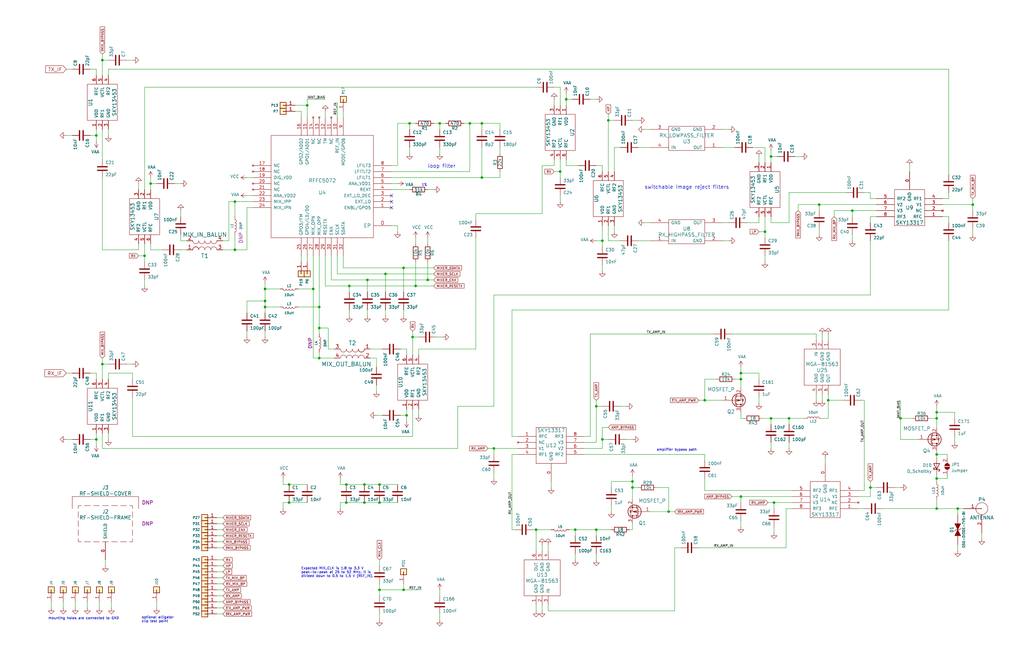
<source format=kicad_sch>
(kicad_sch (version 20211123) (generator eeschema)
  (paper "User" 431.8 279.4)
  (title_block (title "${TITLE}") (date "${DATE}") (rev "${VERSION}") (company "${COPYRIGHT}") (comment 1 "${LICENSE}"))
  (junction (at 111.76 121.92))
  (junction (at 394.97 214.63))
  (junction (at 203.2 74.93))
  (junction (at 325.12 176.53))
  (junction (at 254 101.6))
  (junction (at 146.05 212.09))
  (junction (at 403.86 214.63))
  (junction (at 40.64 57.15))
  (junction (at 99.06 105.41))
  (junction (at 394.97 176.53))
  (junction (at 281.94 215.9))
  (junction (at 312.42 157.48))
  (junction (at 170.18 248.92))
  (junction (at 121.92 204.47))
  (junction (at 326.39 212.09))
  (junction (at 160.02 204.47))
  (junction (at 254 185.42))
  (junction (at 160.02 248.92))
  (junction (at 129.54 44.45))
  (junction (at 111.76 129.54))
  (junction (at 160.02 212.09))
  (junction (at 394.97 191.77))
  (junction (at 379.73 176.53))
  (junction (at 171.45 175.26))
  (junction (at 60.96 107.95))
  (junction (at 312.42 209.55))
  (junction (at 238.76 41.91))
  (junction (at 154.94 118.11))
  (junction (at 226.06 223.52))
  (junction (at 332.74 176.53))
  (junction (at 134.62 138.43))
  (junction (at 349.25 168.91))
  (junction (at 266.7 205.74))
  (junction (at 153.67 204.47))
  (junction (at 367.03 205.74))
  (junction (at 251.46 223.52))
  (junction (at 162.56 115.57))
  (junction (at 63.5 77.47))
  (junction (at 146.05 204.47))
  (junction (at 394.97 201.93))
  (junction (at 297.18 168.91))
  (junction (at 256.54 50.8))
  (junction (at 208.28 189.23))
  (junction (at 359.41 88.9))
  (junction (at 147.32 120.65))
  (junction (at 394.97 173.99))
  (junction (at 345.44 86.36))
  (junction (at 153.67 212.09))
  (junction (at 312.42 160.02))
  (junction (at 134.62 129.54))
  (junction (at 180.34 118.11))
  (junction (at 198.12 52.07))
  (junction (at 172.72 52.07))
  (junction (at 242.57 223.52))
  (junction (at 121.92 212.09))
  (junction (at 170.18 113.03))
  (junction (at 111.76 127))
  (junction (at 43.18 153.67))
  (junction (at 175.26 120.65))
  (junction (at 40.64 185.42))
  (junction (at 236.22 72.39))
  (junction (at 185.42 52.07))
  (junction (at 173.99 142.24))
  (junction (at 132.08 121.92))
  (junction (at 325.12 66.04))
  (junction (at 99.06 85.09))
  (junction (at 134.62 151.13))
  (junction (at 322.58 97.79))
  (junction (at 43.18 25.4))
  (junction (at 251.46 171.45))
  (junction (at 203.2 52.07))
  (junction (at 266.7 203.2))
  (junction (at 410.21 86.36))
  (no_connect (at 165.1 82.55))
  (no_connect (at 165.1 85.09))
  (no_connect (at 165.1 87.63))
  (wire (pts (xy 186.69 142.24) (xy 184.15 142.24)))
  (wire (pts (xy 143.51 204.47) (xy 146.05 204.47)))
  (wire (pts (xy 400.05 101.6) (xy 400.05 130.81)))
  (wire (pts (xy 139.7 118.11) (xy 154.94 118.11)))
  (wire (pts (xy 55.88 153.67) (xy 53.34 153.67)))
  (wire (pts (xy 173.99 142.24) (xy 173.99 149.86)))
  (wire (pts (xy 304.8 93.98) (xy 307.34 93.98)))
  (wire (pts (xy 27.94 57.15) (xy 30.48 57.15)))
  (wire (pts (xy 127 49.53) (xy 127 46.99)))
  (wire (pts (xy 269.24 101.6) (xy 274.32 101.6)))
  (wire (pts (xy 383.54 69.85) (xy 383.54 72.39)))
  (wire (pts (xy 46.99 254) (xy 46.99 256.54)))
  (wire (pts (xy 312.42 212.09) (xy 312.42 209.55)))
  (wire (pts (xy 185.42 248.92) (xy 185.42 251.46)))
  (wire (pts (xy 394.97 173.99) (xy 394.97 176.53)))
  (wire (pts (xy 156.21 147.32) (xy 161.29 147.32)))
  (wire (pts (xy 331.47 214.63) (xy 334.01 214.63)))
  (wire (pts (xy 414.02 224.79) (xy 414.02 227.33)))
  (wire (pts (xy 367.03 91.44) (xy 369.57 91.44)))
  (wire (pts (xy 257.81 223.52) (xy 251.46 223.52)))
  (wire (pts (xy 297.18 207.01) (xy 297.18 201.93)))
  (wire (pts (xy 111.76 121.92) (xy 111.76 127)))
  (wire (pts (xy 147.32 123.19) (xy 147.32 120.65)))
  (wire (pts (xy 325.12 176.53) (xy 332.74 176.53)))
  (wire (pts (xy 193.04 171.45) (xy 193.04 189.23)))
  (wire (pts (xy 91.44 231.14) (xy 93.98 231.14)))
  (wire (pts (xy 106.68 74.93) (xy 104.14 74.93)))
  (wire (pts (xy 400.05 130.81) (xy 215.9 130.81)))
  (wire (pts (xy 312.42 209.55) (xy 334.01 209.55)))
  (wire (pts (xy 322.58 68.58) (xy 322.58 62.23)))
  (wire (pts (xy 297.18 194.31) (xy 297.18 191.77)))
  (wire (pts (xy 147.32 133.35) (xy 147.32 130.81)))
  (wire (pts (xy 254 114.3) (xy 254 111.76)))
  (wire (pts (xy 124.46 44.45) (xy 129.54 44.45)))
  (wire (pts (xy 226.06 223.52) (xy 232.41 223.52)))
  (wire (pts (xy 96.52 101.6) (xy 96.52 85.09)))
  (wire (pts (xy 60.96 107.95) (xy 60.96 110.49)))
  (wire (pts (xy 91.44 228.6) (xy 93.98 228.6)))
  (wire (pts (xy 261.62 101.6) (xy 256.54 101.6)))
  (wire (pts (xy 410.21 86.36) (xy 410.21 88.9)))
  (wire (pts (xy 143.51 212.09) (xy 143.51 214.63)))
  (wire (pts (xy 154.94 133.35) (xy 154.94 130.81)))
  (wire (pts (xy 45.72 31.75) (xy 45.72 29.21)))
  (wire (pts (xy 185.42 54.61) (xy 185.42 52.07)))
  (wire (pts (xy 45.72 160.02) (xy 45.72 157.48)))
  (wire (pts (xy 121.92 212.09) (xy 129.54 212.09)))
  (wire (pts (xy 251.46 168.91) (xy 251.46 171.45)))
  (wire (pts (xy 257.81 203.2) (xy 257.81 205.74)))
  (wire (pts (xy 91.44 238.76) (xy 93.98 238.76)))
  (wire (pts (xy 176.53 149.86) (xy 176.53 147.32)))
  (wire (pts (xy 137.16 120.65) (xy 147.32 120.65)))
  (wire (pts (xy 326.39 212.09) (xy 334.01 212.09)))
  (wire (pts (xy 281.94 215.9) (xy 281.94 205.74)))
  (wire (pts (xy 312.42 160.02) (xy 309.88 160.02)))
  (wire (pts (xy 320.04 97.79) (xy 322.58 97.79)))
  (wire (pts (xy 176.53 147.32) (xy 200.66 147.32)))
  (wire (pts (xy 402.59 173.99) (xy 394.97 173.99)))
  (wire (pts (xy 175.26 100.33) (xy 175.26 102.87)))
  (wire (pts (xy 304.8 54.61) (xy 307.34 54.61)))
  (wire (pts (xy 331.47 231.14) (xy 331.47 214.63)))
  (wire (pts (xy 162.56 115.57) (xy 182.88 115.57)))
  (wire (pts (xy 172.72 64.77) (xy 172.72 62.23)))
  (wire (pts (xy 60.96 102.87) (xy 60.96 107.95)))
  (wire (pts (xy 158.75 175.26) (xy 161.29 175.26)))
  (wire (pts (xy 294.64 231.14) (xy 331.47 231.14)))
  (wire (pts (xy 104.14 127) (xy 104.14 132.08)))
  (wire (pts (xy 137.16 120.65) (xy 137.16 107.95)))
  (wire (pts (xy 359.41 101.6) (xy 359.41 99.06)))
  (wire (pts (xy 312.42 160.02) (xy 312.42 163.83)))
  (wire (pts (xy 242.57 223.52) (xy 251.46 223.52)))
  (wire (pts (xy 334.01 207.01) (xy 297.18 207.01)))
  (wire (pts (xy 215.9 223.52) (xy 217.17 223.52)))
  (wire (pts (xy 153.67 212.09) (xy 160.02 212.09)))
  (wire (pts (xy 63.5 105.41) (xy 68.58 105.41)))
  (wire (pts (xy 297.18 160.02) (xy 297.18 168.91)))
  (wire (pts (xy 403.86 214.63) (xy 403.86 217.17)))
  (wire (pts (xy 173.99 184.15) (xy 55.88 184.15)))
  (wire (pts (xy 91.44 254) (xy 93.98 254)))
  (wire (pts (xy 171.45 175.26) (xy 171.45 177.8)))
  (wire (pts (xy 93.98 101.6) (xy 96.52 101.6)))
  (wire (pts (xy 138.43 138.43) (xy 134.62 138.43)))
  (wire (pts (xy 119.38 204.47) (xy 121.92 204.47)))
  (wire (pts (xy 91.44 246.38) (xy 93.98 246.38)))
  (wire (pts (xy 346.71 143.51) (xy 346.71 140.97)))
  (wire (pts (xy 240.03 223.52) (xy 242.57 223.52)))
  (wire (pts (xy 243.84 69.85) (xy 238.76 69.85)))
  (wire (pts (xy 63.5 74.93) (xy 63.5 77.47)))
  (wire (pts (xy 91.44 248.92) (xy 93.98 248.92)))
  (wire (pts (xy 55.88 25.4) (xy 53.34 25.4)))
  (wire (pts (xy 40.64 31.75) (xy 40.64 29.21)))
  (wire (pts (xy 257.81 215.9) (xy 257.81 213.36)))
  (wire (pts (xy 208.28 189.23) (xy 218.44 189.23)))
  (wire (pts (xy 45.72 25.4) (xy 43.18 25.4)))
  (wire (pts (xy 400.05 81.28) (xy 400.05 83.82)))
  (wire (pts (xy 58.42 107.95) (xy 60.96 107.95)))
  (wire (pts (xy 104.14 82.55) (xy 106.68 82.55)))
  (wire (pts (xy 160.02 238.76) (xy 160.02 236.22)))
  (wire (pts (xy 394.97 191.77) (xy 394.97 193.04)))
  (wire (pts (xy 364.49 207.01) (xy 361.95 207.01)))
  (wire (pts (xy 254 69.85) (xy 254 72.39)))
  (wire (pts (xy 142.24 115.57) (xy 162.56 115.57)))
  (wire (pts (xy 198.12 52.07) (xy 203.2 52.07)))
  (wire (pts (xy 162.56 133.35) (xy 162.56 130.81)))
  (wire (pts (xy 254 189.23) (xy 246.38 189.23)))
  (wire (pts (xy 40.64 57.15) (xy 40.64 59.69)))
  (wire (pts (xy 132.08 107.95) (xy 132.08 121.92)))
  (wire (pts (xy 40.64 29.21) (xy 38.1 29.21)))
  (wire (pts (xy 344.17 140.97) (xy 308.61 140.97)))
  (wire (pts (xy 394.97 200.66) (xy 394.97 201.93)))
  (wire (pts (xy 60.96 80.01) (xy 60.96 36.83)))
  (wire (pts (xy 153.67 204.47) (xy 160.02 204.47)))
  (wire (pts (xy 170.18 246.38) (xy 170.18 248.92)))
  (wire (pts (xy 91.44 241.3) (xy 93.98 241.3)))
  (wire (pts (xy 167.64 52.07) (xy 172.72 52.07)))
  (wire (pts (xy 307.34 101.6) (xy 304.8 101.6)))
  (wire (pts (xy 55.88 184.15) (xy 55.88 167.64)))
  (wire (pts (xy 146.05 204.47) (xy 153.67 204.47)))
  (wire (pts (xy 134.62 138.43) (xy 134.62 140.97)))
  (wire (pts (xy 21.59 254) (xy 21.59 256.54)))
  (wire (pts (xy 173.99 139.7) (xy 173.99 142.24)))
  (wire (pts (xy 195.58 52.07) (xy 198.12 52.07)))
  (wire (pts (xy 144.78 49.53) (xy 144.78 46.99)))
  (wire (pts (xy 325.12 63.5) (xy 325.12 66.04)))
  (wire (pts (xy 144.78 113.03) (xy 170.18 113.03)))
  (wire (pts (xy 274.32 62.23) (xy 269.24 62.23)))
  (wire (pts (xy 125.73 121.92) (xy 132.08 121.92)))
  (wire (pts (xy 364.49 81.28) (xy 367.03 81.28)))
  (wire (pts (xy 129.54 44.45) (xy 129.54 49.53)))
  (wire (pts (xy 147.32 120.65) (xy 175.26 120.65)))
  (wire (pts (xy 266.7 220.98) (xy 266.7 223.52)))
  (wire (pts (xy 345.44 86.36) (xy 369.57 86.36)))
  (wire (pts (xy 31.75 254) (xy 31.75 256.54)))
  (wire (pts (xy 91.44 243.84) (xy 93.98 243.84)))
  (wire (pts (xy 167.64 95.25) (xy 167.64 97.79)))
  (wire (pts (xy 203.2 52.07) (xy 210.82 52.07)))
  (wire (pts (xy 284.48 257.81) (xy 231.14 257.81)))
  (wire (pts (xy 91.44 259.08) (xy 93.98 259.08)))
  (wire (pts (xy 180.34 118.11) (xy 180.34 110.49)))
  (wire (pts (xy 351.79 91.44) (xy 351.79 88.9)))
  (wire (pts (xy 210.82 64.77) (xy 210.82 62.23)))
  (wire (pts (xy 246.38 184.15) (xy 248.92 184.15)))
  (wire (pts (xy 111.76 121.92) (xy 118.11 121.92)))
  (wire (pts (xy 99.06 85.09) (xy 106.68 85.09)))
  (wire (pts (xy 132.08 121.92) (xy 132.08 151.13)))
  (wire (pts (xy 379.73 176.53) (xy 379.73 185.42)))
  (wire (pts (xy 322.58 110.49) (xy 322.58 107.95)))
  (wire (pts (xy 111.76 127) (xy 111.76 129.54)))
  (wire (pts (xy 134.62 107.95) (xy 134.62 129.54)))
  (wire (pts (xy 205.74 189.23) (xy 208.28 189.23)))
  (wire (pts (xy 326.39 214.63) (xy 326.39 212.09)))
  (wire (pts (xy 326.39 224.79) (xy 326.39 222.25)))
  (wire (pts (xy 104.14 87.63) (xy 104.14 105.41)))
  (wire (pts (xy 91.44 256.54) (xy 93.98 256.54)))
  (wire (pts (xy 158.75 154.94) (xy 158.75 151.13)))
  (wire (pts (xy 251.46 223.52) (xy 251.46 226.06)))
  (wire (pts (xy 242.57 226.06) (xy 242.57 223.52)))
  (wire (pts (xy 254 101.6) (xy 254 104.14)))
  (wire (pts (xy 233.68 72.39) (xy 236.22 72.39)))
  (wire (pts (xy 254 180.34) (xy 254 185.42)))
  (wire (pts (xy 320.04 160.02) (xy 320.04 157.48)))
  (wire (pts (xy 193.04 189.23) (xy 43.18 189.23)))
  (wire (pts (xy 248.92 140.97) (xy 248.92 184.15)))
  (wire (pts (xy 160.02 248.92) (xy 160.02 251.46)))
  (wire (pts (xy 91.44 236.22) (xy 93.98 236.22)))
  (wire (pts (xy 119.38 204.47) (xy 119.38 201.93)))
  (wire (pts (xy 218.44 184.15) (xy 215.9 184.15)))
  (wire (pts (xy 63.5 102.87) (xy 63.5 105.41)))
  (wire (pts (xy 294.64 168.91) (xy 297.18 168.91)))
  (wire (pts (xy 226.06 232.41) (xy 226.06 223.52)))
  (wire (pts (xy 332.74 176.53) (xy 339.09 176.53)))
  (wire (pts (xy 402.59 186.69) (xy 402.59 184.15)))
  (wire (pts (xy 44.45 236.22) (xy 44.45 238.76)))
  (wire (pts (xy 172.72 80.01) (xy 165.1 80.01)))
  (wire (pts (xy 121.92 204.47) (xy 129.54 204.47)))
  (wire (pts (xy 118.11 129.54) (xy 111.76 129.54)))
  (wire (pts (xy 400.05 29.21) (xy 400.05 73.66)))
  (wire (pts (xy 314.96 93.98) (xy 320.04 93.98)))
  (wire (pts (xy 91.44 220.98) (xy 93.98 220.98)))
  (wire (pts (xy 76.2 77.47) (xy 73.66 77.47)))
  (wire (pts (xy 185.42 259.08) (xy 185.42 261.62)))
  (wire (pts (xy 284.48 257.81) (xy 284.48 231.14)))
  (wire (pts (xy 367.03 203.2) (xy 367.03 205.74)))
  (wire (pts (xy 27.94 29.21) (xy 30.48 29.21)))
  (wire (pts (xy 397.51 91.44) (xy 400.05 91.44)))
  (wire (pts (xy 208.28 171.45) (xy 208.28 124.46)))
  (wire (pts (xy 332.74 189.23) (xy 332.74 186.69)))
  (wire (pts (xy 160.02 246.38) (xy 160.02 248.92)))
  (wire (pts (xy 344.17 143.51) (xy 344.17 140.97)))
  (wire (pts (xy 175.26 120.65) (xy 175.26 110.49)))
  (wire (pts (xy 55.88 157.48) (xy 55.88 160.02)))
  (wire (pts (xy 111.76 129.54) (xy 111.76 132.08)))
  (wire (pts (xy 58.42 105.41) (xy 43.18 105.41)))
  (wire (pts (xy 43.18 151.13) (xy 43.18 153.67)))
  (wire (pts (xy 224.79 223.52) (xy 226.06 223.52)))
  (wire (pts (xy 27.94 157.48) (xy 30.48 157.48)))
  (wire (pts (xy 256.54 185.42) (xy 254 185.42)))
  (wire (pts (xy 111.76 119.38) (xy 111.76 121.92)))
  (wire (pts (xy 226.06 257.81) (xy 226.06 255.27)))
  (wire (pts (xy 251.46 69.85) (xy 254 69.85)))
  (wire (pts (xy 137.16 46.99) (xy 137.16 49.53)))
  (wire (pts (xy 26.67 254) (xy 26.67 256.54)))
  (wire (pts (xy 170.18 133.35) (xy 170.18 130.81)))
  (wire (pts (xy 320.04 66.04) (xy 320.04 68.58)))
  (wire (pts (xy 251.46 186.69) (xy 246.38 186.69)))
  (wire (pts (xy 312.42 157.48) (xy 312.42 160.02)))
  (wire (pts (xy 99.06 91.44) (xy 99.06 85.09)))
  (wire (pts (xy 228.6 229.87) (xy 228.6 232.41)))
  (wire (pts (xy 165.1 72.39) (xy 198.12 72.39)))
  (wire (pts (xy 367.03 83.82) (xy 369.57 83.82)))
  (wire (pts (xy 345.44 99.06) (xy 345.44 96.52)))
  (wire (pts (xy 400.05 91.44) (xy 400.05 93.98)))
  (wire (pts (xy 351.79 88.9) (xy 359.41 88.9)))
  (wire (pts (xy 251.46 236.22) (xy 251.46 233.68)))
  (wire (pts (xy 91.44 223.52) (xy 93.98 223.52)))
  (wire (pts (xy 332.74 81.28) (xy 356.87 81.28)))
  (wire (pts (xy 125.73 129.54) (xy 134.62 129.54)))
  (wire (pts (xy 63.5 77.47) (xy 63.5 80.01)))
  (wire (pts (xy 363.22 168.91) (xy 364.49 168.91)))
  (wire (pts (xy 200.66 147.32) (xy 200.66 100.33)))
  (wire (pts (xy 167.64 77.47) (xy 165.1 77.47)))
  (wire (pts (xy 208.28 191.77) (xy 208.28 189.23)))
  (wire (pts (xy 359.41 88.9) (xy 369.57 88.9)))
  (wire (pts (xy 228.6 257.81) (xy 228.6 255.27)))
  (wire (pts (xy 369.57 205.74) (xy 367.03 205.74)))
  (wire (pts (xy 154.94 123.19) (xy 154.94 118.11)))
  (wire (pts (xy 266.7 205.74) (xy 266.7 210.82)))
  (wire (pts (xy 176.53 175.26) (xy 176.53 172.72)))
  (wire (pts (xy 40.64 182.88) (xy 40.64 185.42)))
  (wire (pts (xy 168.91 175.26) (xy 171.45 175.26)))
  (wire (pts (xy 160.02 248.92) (xy 170.18 248.92)))
  (wire (pts (xy 403.86 214.63) (xy 406.4 214.63)))
  (wire (pts (xy 312.42 176.53) (xy 313.69 176.53)))
  (wire (pts (xy 165.1 74.93) (xy 203.2 74.93)))
  (wire (pts (xy 325.12 176.53) (xy 325.12 179.07)))
  (wire (pts (xy 264.16 171.45) (xy 261.62 171.45)))
  (wire (pts (xy 325.12 189.23) (xy 325.12 186.69)))
  (wire (pts (xy 236.22 44.45) (xy 236.22 36.83)))
  (wire (pts (xy 344.17 166.37) (xy 344.17 168.91)))
  (wire (pts (xy 38.1 57.15) (xy 40.64 57.15)))
  (wire (pts (xy 394.97 191.77) (xy 399.415 191.77)))
  (wire (pts (xy 171.45 147.32) (xy 171.45 149.86)))
  (wire (pts (xy 104.14 142.24) (xy 104.14 139.7)))
  (wire (pts (xy 259.08 50.8) (xy 256.54 50.8)))
  (wire (pts (xy 346.71 176.53) (xy 349.25 176.53)))
  (wire (pts (xy 36.83 254) (xy 36.83 256.54)))
  (wire (pts (xy 43.18 25.4) (xy 43.18 31.75)))
  (wire (pts (xy 45.72 182.88) (xy 45.72 185.42)))
  (wire (pts (xy 43.18 189.23) (xy 43.18 182.88)))
  (wire (pts (xy 228.6 90.17) (xy 228.6 69.85)))
  (wire (pts (xy 76.2 105.41) (xy 78.74 105.41)))
  (wire (pts (xy 266.7 203.2) (xy 266.7 205.74)))
  (wire (pts (xy 170.18 123.19) (xy 170.18 113.03)))
  (wire (pts (xy 165.1 95.25) (xy 167.64 95.25)))
  (wire (pts (xy 402.59 176.53) (xy 402.59 173.99)))
  (wire (pts (xy 320.04 170.18) (xy 320.04 167.64)))
  (wire (pts (xy 394.97 171.45) (xy 394.97 173.99)))
  (wire (pts (xy 410.21 83.82) (xy 410.21 86.36)))
  (wire (pts (xy 119.38 212.09) (xy 121.92 212.09)))
  (wire (pts (xy 397.51 86.36) (xy 410.21 86.36)))
  (wire (pts (xy 367.03 124.46) (xy 367.03 101.6)))
  (wire (pts (xy 361.95 214.63) (xy 364.49 214.63)))
  (wire (pts (xy 119.38 212.09) (xy 119.38 214.63)))
  (wire (pts (xy 139.7 118.11) (xy 139.7 107.95)))
  (wire (pts (xy 236.22 67.31) (xy 236.22 72.39)))
  (wire (pts (xy 367.03 81.28) (xy 367.03 83.82)))
  (wire (pts (xy 91.44 226.06) (xy 93.98 226.06)))
  (wire (pts (xy 320.04 93.98) (xy 320.04 91.44)))
  (wire (pts (xy 336.55 88.9) (xy 336.55 86.36)))
  (wire (pts (xy 203.2 52.07) (xy 203.2 54.61)))
  (wire (pts (xy 281.94 215.9) (xy 284.48 215.9)))
  (wire (pts (xy 312.42 222.25) (xy 312.42 219.71)))
  (wire (pts (xy 355.6 168.91) (xy 349.25 168.91)))
  (wire (pts (xy 266.7 185.42) (xy 264.16 185.42)))
  (wire (pts (xy 228.6 69.85) (xy 233.68 69.85)))
  (wire (pts (xy 60.96 120.65) (xy 60.96 118.11)))
  (wire (pts (xy 91.44 251.46) (xy 93.98 251.46)))
  (wire (pts (xy 198.12 72.39) (xy 198.12 52.07)))
  (wire (pts (xy 345.44 88.9) (xy 345.44 86.36)))
  (wire (pts (xy 236.22 72.39) (xy 236.22 74.93)))
  (wire (pts (xy 236.22 85.09) (xy 236.22 82.55)))
  (wire (pts (xy 359.41 91.44) (xy 359.41 88.9)))
  (wire (pts (xy 332.74 93.98) (xy 325.12 93.98)))
  (wire (pts (xy 297.18 191.77) (xy 246.38 191.77)))
  (wire (pts (xy 154.94 118.11) (xy 180.34 118.11)))
  (wire (pts (xy 41.91 254) (xy 41.91 256.54)))
  (wire (pts (xy 200.66 90.17) (xy 228.6 90.17)))
  (wire (pts (xy 78.74 101.6) (xy 76.2 101.6)))
  (wire (pts (xy 367.03 209.55) (xy 361.95 209.55)))
  (wire (pts (xy 266.7 223.52) (xy 265.43 223.52)))
  (wire (pts (xy 394.97 176.53) (xy 392.43 176.53)))
  (wire (pts (xy 200.66 92.71) (xy 200.66 90.17)))
  (wire (pts (xy 367.03 93.98) (xy 367.03 91.44)))
  (wire (pts (xy 176.53 142.24) (xy 173.99 142.24)))
  (wire (pts (xy 379.73 185.42) (xy 387.35 185.42)))
  (wire (pts (xy 233.68 69.85) (xy 233.68 67.31)))
  (wire (pts (xy 60.96 36.83) (xy 226.06 36.83)))
  (wire (pts (xy 322.58 97.79) (xy 322.58 100.33)))
  (wire (pts (xy 215.9 130.81) (xy 215.9 184.15)))
  (wire (pts (xy 281.94 205.74) (xy 276.86 205.74)))
  (wire (pts (xy 129.54 41.91) (xy 137.16 41.91)))
  (wire (pts (xy 134.62 148.59) (xy 134.62 151.13)))
  (wire (pts (xy 349.25 166.37) (xy 349.25 168.91)))
  (wire (pts (xy 322.58 62.23) (xy 317.5 62.23)))
  (wire (pts (xy 302.26 160.02) (xy 297.18 160.02)))
  (wire (pts (xy 134.62 129.54) (xy 134.62 138.43)))
  (wire (pts (xy 43.18 67.31) (xy 43.18 54.61)))
  (wire (pts (xy 172.72 52.07) (xy 175.26 52.07)))
  (wire (pts (xy 266.7 200.66) (xy 266.7 203.2)))
  (wire (pts (xy 297.18 168.91) (xy 304.8 168.91)))
  (wire (pts (xy 394.97 190.5) (xy 394.97 191.77)))
  (wire (pts (xy 58.42 77.47) (xy 58.42 80.01)))
  (wire (pts (xy 231.14 257.81) (xy 231.14 255.27)))
  (wire (pts (xy 170.18 113.03) (xy 182.88 113.03)))
  (wire (pts (xy 185.42 64.77) (xy 185.42 62.23)))
  (wire (pts (xy 323.85 212.09) (xy 326.39 212.09)))
  (wire (pts (xy 38.1 185.42) (xy 40.64 185.42)))
  (wire (pts (xy 182.88 52.07) (xy 185.42 52.07)))
  (wire (pts (xy 269.24 50.8) (xy 266.7 50.8)))
  (wire (pts (xy 308.61 209.55) (xy 312.42 209.55)))
  (wire (pts (xy 66.04 77.47) (xy 63.5 77.47)))
  (wire (pts (xy 394.97 214.63) (xy 403.86 214.63)))
  (wire (pts (xy 185.42 52.07) (xy 187.96 52.07)))
  (wire (pts (xy 208.28 201.93) (xy 208.28 199.39)))
  (wire (pts (xy 394.97 176.53) (xy 394.97 180.34)))
  (wire (pts (xy 349.25 176.53) (xy 349.25 168.91)))
  (wire (pts (xy 218.44 191.77) (xy 215.9 191.77)))
  (wire (pts (xy 40.64 185.42) (xy 40.64 187.96)))
  (wire (pts (xy 175.26 120.65) (xy 182.88 120.65)))
  (wire (pts (xy 208.28 124.46) (xy 367.03 124.46)))
  (wire (pts (xy 162.56 123.19) (xy 162.56 115.57)))
  (wire (pts (xy 332.74 179.07) (xy 332.74 176.53)))
  (wire (pts (xy 127 107.95) (xy 127 110.49)))
  (wire (pts (xy 38.1 157.48) (xy 40.64 157.48)))
  (wire (pts (xy 138.43 147.32) (xy 140.97 147.32)))
  (wire (pts (xy 364.49 168.91) (xy 364.49 207.01)))
  (wire (pts (xy 76.2 101.6) (xy 76.2 99.06)))
  (wire (pts (xy 106.68 87.63) (xy 104.14 87.63)))
  (wire (pts (xy 379.73 168.91) (xy 379.73 176.53)))
  (wire (pts (xy 312.42 173.99) (xy 312.42 176.53)))
  (wire (pts (xy 312.42 154.94) (xy 312.42 157.48)))
  (wire (pts (xy 399.415 201.93) (xy 399.415 200.66)))
  (wire (pts (xy 129.54 110.49) (xy 129.54 107.95)))
  (wire (pts (xy 394.97 201.93) (xy 394.97 203.2)))
  (wire (pts (xy 146.05 212.09) (xy 153.67 212.09)))
  (wire (pts (xy 91.44 218.44) (xy 93.98 218.44)))
  (wire (pts (xy 256.54 50.8) (xy 256.54 72.39)))
  (wire (pts (xy 271.78 54.61) (xy 274.32 54.61)))
  (wire (pts (xy 215.9 191.77) (xy 215.9 223.52)))
  (wire (pts (xy 134.62 151.13) (xy 140.97 151.13)))
  (wire (pts (xy 43.18 22.86) (xy 43.18 25.4)))
  (wire (pts (xy 321.31 176.53) (xy 325.12 176.53)))
  (wire (pts (xy 27.94 185.42) (xy 30.48 185.42)))
  (wire (pts (xy 337.82 66.04) (xy 335.28 66.04)))
  (wire (pts (xy 274.32 215.9) (xy 281.94 215.9)))
  (wire (pts (xy 203.2 74.93) (xy 210.82 74.93)))
  (wire (pts (xy 320.04 157.48) (xy 312.42 157.48)))
  (wire (pts (xy 76.2 88.9) (xy 76.2 91.44)))
  (wire (pts (xy 251.46 171.45) (xy 251.46 186.69)))
  (wire (pts (xy 259.08 97.79) (xy 259.08 95.25)))
  (wire (pts (xy 43.18 74.93) (xy 43.18 105.41)))
  (wire (pts (xy 325.12 66.04) (xy 325.12 68.58)))
  (wire (pts (xy 142.24 43.18) (xy 142.24 49.53)))
  (wire (pts (xy 158.75 165.1) (xy 158.75 162.56)))
  (wire (pts (xy 236.22 36.83) (xy 233.68 36.83)))
  (wire (pts (xy 394.97 210.82) (xy 394.97 214.63)))
  (wire (pts (xy 180.34 118.11) (xy 182.88 118.11)))
  (wire (pts (xy 394.97 201.93) (xy 399.415 201.93)))
  (wire (pts (xy 349.25 140.97) (xy 349.25 143.51)))
  (wire (pts (xy 384.81 176.53) (xy 379.73 176.53)))
  (wire (pts (xy 346.71 168.91) (xy 346.71 166.37)))
  (wire (pts (xy 158.75 151.13) (xy 156.21 151.13)))
  (wire (pts (xy 327.66 66.04) (xy 325.12 66.04)))
  (wire (pts (xy 332.74 93.98) (xy 332.74 81.28)))
  (wire (pts (xy 129.54 41.91) (xy 129.54 44.45)))
  (wire (pts (xy 271.78 93.98) (xy 274.32 93.98)))
  (wire (pts (xy 111.76 142.24) (xy 111.76 139.7)))
  (wire (pts (xy 167.64 69.85) (xy 167.64 52.07)))
  (wire (pts (xy 254 95.25) (xy 254 101.6)))
  (wire (pts (xy 45.72 157.48) (xy 55.88 157.48)))
  (wire (pts (xy 142.24 115.57) (xy 142.24 107.95)))
  (wire (pts (xy 251.46 41.91) (xy 248.92 41.91)))
  (wire (pts (xy 182.88 80.01) (xy 180.34 80.01)))
  (wire (pts (xy 132.08 151.13) (xy 134.62 151.13)))
  (wire (pts (xy 400.05 83.82) (xy 397.51 83.82)))
  (wire (pts (xy 143.51 204.47) (xy 143.51 201.93)))
  (wire (pts (xy 171.45 172.72) (xy 171.45 175.26)))
  (wire (pts (xy 58.42 102.87) (xy 58.42 105.41)))
  (wire (pts (xy 367.03 205.74) (xy 367.03 209.55)))
  (wire (pts (xy 45.72 153.67) (xy 43.18 153.67)))
  (wire (pts (xy 257.81 203.2) (xy 266.7 203.2)))
  (wire (pts (xy 322.58 91.44) (xy 322.58 97.79)))
  (wire (pts (xy 99.06 105.41) (xy 93.98 105.41)))
  (wire (pts (xy 233.68 41.91) (xy 233.68 44.45)))
  (wire (pts (xy 242.57 236.22) (xy 242.57 233.68)))
  (wire (pts (xy 238.76 41.91) (xy 238.76 44.45)))
  (wire (pts (xy 99.06 99.06) (xy 99.06 105.41)))
  (wire (pts (xy 261.62 62.23) (xy 259.08 62.23)))
  (wire (pts (xy 170.18 248.92) (xy 177.8 248.92)))
  (wire (pts (xy 256.54 101.6) (xy 256.54 95.25)))
  (wire (pts (xy 251.46 101.6) (xy 254 101.6)))
  (wire (pts (xy 347.98 193.04) (xy 347.98 195.58)))
  (wire (pts (xy 172.72 54.61) (xy 172.72 52.07)))
  (wire (pts (xy 379.73 205.74) (xy 377.19 205.74)))
  (wire (pts (xy 40.64 157.48) (xy 40.64 160.02)))
  (wire (pts (xy 210.82 52.07) (xy 210.82 54.61)))
  (wire (pts (xy 168.91 147.32) (xy 171.45 147.32)))
  (wire (pts (xy 284.48 231.14) (xy 287.02 231.14)))
  (wire (pts (xy 173.99 172.72) (xy 173.99 184.15)))
  (wire (pts (xy 259.08 62.23) (xy 259.08 72.39)))
  (wire (pts (xy 144.78 113.03) (xy 144.78 107.95)))
  (wire (pts (xy 403.86 232.41) (xy 403.86 229.87)))
  (wire (pts (xy 203.2 62.23) (xy 203.2 74.93)))
  (wire (pts (xy 45.72 29.21) (xy 400.05 29.21)))
  (wire (pts (xy 372.11 214.63) (xy 394.97 214.63)))
  (wire (pts (xy 300.99 140.97) (xy 248.92 140.97)))
  (wire (pts (xy 254 171.45) (xy 251.46 171.45)))
  (wire (pts (xy 66.04 254) (xy 66.04 256.54)))
  (wire (pts (xy 208.28 171.45) (xy 193.04 171.45)))
  (wire (pts (xy 160.02 212.09) (xy 167.64 212.09)))
  (wire (pts (xy 325.12 93.98) (xy 325.12 91.44)))
  (wire (pts (xy 309.88 62.23) (xy 304.8 62.23)))
  (wire (pts (xy 231.14 229.87) (xy 231.14 232.41)))
  (wire (pts (xy 238.76 69.85) (xy 238.76 67.31)))
  (wire (pts (xy 160.02 204.47) (xy 167.64 204.47)))
  (wire (pts (xy 410.21 99.06) (xy 410.21 96.52)))
  (wire (pts (xy 266.7 205.74) (xy 269.24 205.74)))
  (wire (pts (xy 238.76 39.37) (xy 238.76 41.91)))
  (wire (pts (xy 256.54 180.34) (xy 254 180.34)))
  (wire (pts (xy 40.64 54.61) (xy 40.64 57.15)))
  (wire (pts (xy 43.18 153.67) (xy 43.18 160.02)))
  (wire (pts (xy 210.82 74.93) (xy 210.82 72.39)))
  (wire (pts (xy 45.72 57.15) (xy 45.72 54.61)))
  (wire (pts (xy 160.02 261.62) (xy 160.02 259.08)))
  (wire (pts (xy 336.55 86.36) (xy 345.44 86.36)))
  (wire (pts (xy 96.52 85.09) (xy 99.06 85.09)))
  (wire (pts (xy 165.1 69.85) (xy 167.64 69.85)))
  (wire (pts (xy 143.51 212.09) (xy 146.05 212.09)))
  (wire (pts (xy 138.43 147.32) (xy 138.43 138.43)))
  (wire (pts (xy 180.34 100.33) (xy 180.34 102.87)))
  (wire (pts (xy 254 185.42) (xy 254 189.23)))
  (wire (pts (xy 241.3 41.91) (xy 238.76 41.91)))
  (wire (pts (xy 104.14 105.41) (xy 99.06 105.41)))
  (wire (pts (xy 111.76 127) (xy 104.14 127)))
  (wire (pts (xy 256.54 48.26) (xy 256.54 50.8)))
  (wire (pts (xy 127 46.99) (xy 124.46 46.99)))
  (wire (pts (xy 399.415 191.77) (xy 399.415 193.04)))
  (wire (pts (xy 232.41 205.74) (xy 232.41 203.2)))
  (text "optional alligator\nclip test point" (at 59.69 262.89 0) (effects (font (size 1.016 1.016)) (justify left bottom)))
  (text "mounting holes are connected to GND" (at 20.32 261.62 0) (effects (font (size 1.016 1.016)) (justify left bottom)))
  (text "Expected MIX_CLK is 1.8 to 3.3 V\npeak-to-peak at 25 to 52 MHz. It is\ndivided down to 0.5 to 1.5 V (REF_IN)." (at 127 243.84 0) (effects (font (size 1.016 1.016)) (justify left bottom)))
  (text "switchable image reject filters" (at 271.78 80.01 0) (effects (font (size 1.524 1.524)) (justify left bottom)))
  (text "1%" (at 177.8 78.74 0) (effects (font (size 1.016 1.016)) (justify left bottom)))
  (text "amplifier bypass path" (at 276.86 190.5 0) (effects (font (size 1.016 1.016)) (justify left bottom)))
  (text "loop filter" (at 180.34 71.12 0) (effects (font (size 1.524 1.524)) (justify left bottom)))
  (label "TX_AMP_OUT" (at 364.49 186.69 90) (effects (font (size 1.016 1.016))))
  (label "REF_IN" (at 177.8 248.92 180) (effects (font (size 1.016 1.016))))
  (label "!ANT_BIAS" (at 379.73 168.91 270) (effects (font (size 1.016 1.016))))
  (label "TX_AMP_IN" (at 280.67 140.97 180) (effects (font (size 1.016 1.016))))
  (label "!ANT_BIAS" (at 137.16 41.91 180) (effects (font (size 1.016 1.016))))
  (label "REF_IN" (at 142.24 43.18 270) (effects (font (size 1.016 1.016))))
  (label "RX_AMP_OUT" (at 215.9 217.17 90) (effects (font (size 1.016 1.016))))
  (label "RX_AMP_IN" (at 300.99 231.14 0) (effects (font (size 1.016 1.016))))
  (global_label "RX_AMP" (shape input) (at 93.98 251.46 0) (effects (font (size 1.016 1.016))) (property "Intersheet References" "${INTERSHEET_REFS}" (effects hide)))
  (global_label "TX_MIX_BP" (shape input) (at 93.98 243.84 0) (effects (font (size 1.016 1.016))) (property "Intersheet References" "${INTERSHEET_REFS}" (effects hide)))
  (global_label "!TX_AMP_PWR" (shape input) (at 294.64 168.91 180) (effects (font (size 1.016 1.016))) (property "Intersheet References" "${INTERSHEET_REFS}" (effects hide)))
  (global_label "AMP_BYPASS" (shape input) (at 93.98 254 0) (effects (font (size 1.016 1.016))) (property "Intersheet References" "${INTERSHEET_REFS}" (effects hide)))
  (global_label "RX" (shape input) (at 93.98 236.22 0) (effects (font (size 1.016 1.016))) (property "Intersheet References" "${INTERSHEET_REFS}" (effects hide)))
  (global_label "MIXER_SCLK" (shape input) (at 182.88 115.57 0) (effects (font (size 1.016 1.016))) (property "Intersheet References" "${INTERSHEET_REFS}" (effects hide)))
  (global_label "HP" (shape input) (at 93.98 238.76 0) (effects (font (size 1.016 1.016))) (property "Intersheet References" "${INTERSHEET_REFS}" (effects hide)))
  (global_label "RX" (shape input) (at 233.68 72.39 180) (effects (font (size 1.016 1.016))) (property "Intersheet References" "${INTERSHEET_REFS}" (effects hide)))
  (global_label "HP" (shape input) (at 256.54 48.26 90) (effects (font (size 1.016 1.016))) (property "Intersheet References" "${INTERSHEET_REFS}" (effects hide)))
  (global_label "RX_MIX_BP" (shape input) (at 351.79 91.44 270) (effects (font (size 1.016 1.016))) (property "Intersheet References" "${INTERSHEET_REFS}" (effects hide)))
  (global_label "LP" (shape input) (at 320.04 97.79 180) (effects (font (size 1.016 1.016))) (property "Intersheet References" "${INTERSHEET_REFS}" (effects hide)))
  (global_label "TX_IF" (shape input) (at 27.94 29.21 180) (effects (font (size 1.524 1.524))) (property "Intersheet References" "${INTERSHEET_REFS}" (effects hide)))
  (global_label "MIXER_RESETX" (shape input) (at 182.88 120.65 0) (effects (font (size 1.016 1.016))) (property "Intersheet References" "${INTERSHEET_REFS}" (effects hide)))
  (global_label "MIXER_SCLK" (shape input) (at 93.98 220.98 0) (effects (font (size 1.016 1.016))) (property "Intersheet References" "${INTERSHEET_REFS}" (effects hide)))
  (global_label "!MIX_BYPASS" (shape input) (at 336.55 88.9 270) (effects (font (size 1.016 1.016))) (property "Intersheet References" "${INTERSHEET_REFS}" (effects hide)))
  (global_label "AMP_BYPASS" (shape input) (at 256.54 180.34 0) (effects (font (size 1.016 1.016))) (property "Intersheet References" "${INTERSHEET_REFS}" (effects hide)))
  (global_label "MIX_BYPASS" (shape input) (at 93.98 228.6 0) (effects (font (size 1.016 1.016))) (property "Intersheet References" "${INTERSHEET_REFS}" (effects hide)))
  (global_label "RX_AMP" (shape input) (at 205.74 189.23 180) (effects (font (size 1.016 1.016))) (property "Intersheet References" "${INTERSHEET_REFS}" (effects hide)))
  (global_label "RX" (shape input) (at 58.42 107.95 180) (effects (font (size 1.016 1.016))) (property "Intersheet References" "${INTERSHEET_REFS}" (effects hide)))
  (global_label "!RX_AMP_PWR" (shape input) (at 93.98 259.08 0) (effects (font (size 1.016 1.016))) (property "Intersheet References" "${INTERSHEET_REFS}" (effects hide)))
  (global_label "!TX_AMP_PWR" (shape input) (at 93.98 256.54 0) (effects (font (size 1.016 1.016))) (property "Intersheet References" "${INTERSHEET_REFS}" (effects hide)))
  (global_label "MIX_CLK" (shape input) (at 160.02 236.22 90) (effects (font (size 1.016 1.016))) (property "Intersheet References" "${INTERSHEET_REFS}" (effects hide)))
  (global_label "RX_IF" (shape input) (at 27.94 157.48 180) (effects (font (size 1.524 1.524))) (property "Intersheet References" "${INTERSHEET_REFS}" (effects hide)))
  (global_label "TX_AMP" (shape input) (at 251.46 168.91 90) (effects (font (size 1.016 1.016))) (property "Intersheet References" "${INTERSHEET_REFS}" (effects hide)))
  (global_label "MIXER_ENX" (shape input) (at 93.98 223.52 0) (effects (font (size 1.016 1.016))) (property "Intersheet References" "${INTERSHEET_REFS}" (effects hide)))
  (global_label "MIXER_RESETX" (shape input) (at 93.98 226.06 0) (effects (font (size 1.016 1.016))) (property "Intersheet References" "${INTERSHEET_REFS}" (effects hide)))
  (global_label "LP" (shape input) (at 93.98 241.3 0) (effects (font (size 1.016 1.016))) (property "Intersheet References" "${INTERSHEET_REFS}" (effects hide)))
  (global_label "AMP_BYPASS" (shape input) (at 308.61 209.55 180) (effects (font (size 1.016 1.016))) (property "Intersheet References" "${INTERSHEET_REFS}" (effects hide)))
  (global_label "MIX_BYPASS" (shape input) (at 43.18 151.13 90) (effects (font (size 1.016 1.016))) (property "Intersheet References" "${INTERSHEET_REFS}" (effects hide)))
  (global_label "MIXER_SDATA" (shape input) (at 182.88 113.03 0) (effects (font (size 1.016 1.016))) (property "Intersheet References" "${INTERSHEET_REFS}" (effects hide)))
  (global_label "TX_AMP" (shape input) (at 93.98 248.92 0) (effects (font (size 1.016 1.016))) (property "Intersheet References" "${INTERSHEET_REFS}" (effects hide)))
  (global_label "MIXER_SDATA" (shape input) (at 93.98 218.44 0) (effects (font (size 1.016 1.016))) (property "Intersheet References" "${INTERSHEET_REFS}" (effects hide)))
  (global_label "TX_AMP" (shape input) (at 367.03 203.2 90) (effects (font (size 1.016 1.016))) (property "Intersheet References" "${INTERSHEET_REFS}" (effects hide)))
  (global_label "!MIX_BYPASS" (shape input) (at 43.18 22.86 90) (effects (font (size 1.016 1.016))) (property "Intersheet References" "${INTERSHEET_REFS}" (effects hide)))
  (global_label "!MIX_BYPASS" (shape input) (at 93.98 231.14 0) (effects (font (size 1.016 1.016))) (property "Intersheet References" "${INTERSHEET_REFS}" (effects hide)))
  (global_label "!RX_AMP_PWR" (shape input) (at 284.48 215.9 0) (effects (font (size 1.016 1.016))) (property "Intersheet References" "${INTERSHEET_REFS}" (effects hide)))
  (global_label "TX_MIX_BP" (shape input) (at 410.21 83.82 90) (effects (font (size 1.016 1.016))) (property "Intersheet References" "${INTERSHEET_REFS}" (effects hide)))
  (global_label "RX_MIX_BP" (shape input) (at 93.98 246.38 0) (effects (font (size 1.016 1.016))) (property "Intersheet References" "${INTERSHEET_REFS}" (effects hide)))
  (global_label "RX" (shape input) (at 173.99 139.7 90) (effects (font (size 1.016 1.016))) (property "Intersheet References" "${INTERSHEET_REFS}" (effects hide)))
  (global_label "MIXER_ENX" (shape input) (at 182.88 118.11 0) (effects (font (size 1.016 1.016))) (property "Intersheet References" "${INTERSHEET_REFS}" (effects hide)))
  (global_label "RX_AMP" (shape input) (at 323.85 212.09 180) (effects (font (size 1.016 1.016))) (property "Intersheet References" "${INTERSHEET_REFS}" (effects hide)))
  (symbol (lib_id "hackrf:GSG-RF-CONN") (at 414.02 214.63 0) (mirror y) (unit 1)
    (property "Reference" "P4" (at 414.02 210.82 0) (effects (font (size 1.524 1.524))))
    (property "Value" "ANTENNA" (at 414.02 218.44 0) (effects (font (size 1.524 1.524))))
    (property "Footprint" "hackrf:GSG-SMA-73251-2120" (effects hide))
    (property "Manufacturer" "Molex" (effects hide))
    (property "Part Number" "73251-2121" (effects hide))
    (property "Description" "CONN SMA JACK 50 OHM EDGE MNT W/JAM NUT & LOCK WASHER" (effects hide))
  )
  (symbol (lib_id "hackrf:FIL-DEA") (at 289.56 97.79 0) (unit 1)
    (property "Reference" "U8" (at 289.56 96.52 0) (effects (font (size 1.524 1.524))))
    (property "Value" "RX_HIGHPASS_FILTER" (at 289.56 99.06 0) (effects (font (size 1.524 1.524))))
    (property "Footprint" "hackrf:GSG-HP-DEA" (effects hide))
    (property "Manufacturer" "TDK" (effects hide))
    (property "Part Number" "DEA162400HT-8004B1" (effects hide))
    (property "Description" "FILTER HIGHPASS WLAN&BLUETOOTH" (effects hide))
  )
  (symbol (lib_id "hackrf:FIL-LP0603") (at 289.56 58.42 180) (unit 1)
    (property "Reference" "U3" (at 289.56 59.69 0) (effects (font (size 1.524 1.524))))
    (property "Value" "RX_LOWPASS_FILTER" (at 289.56 57.15 0) (effects (font (size 1.524 1.524))))
    (property "Footprint" "hackrf:GSG-LP0603" (effects hide))
    (property "Manufacturer" "AVX" (effects hide))
    (property "Part Number" "LP0603A1880ANTR" (effects hide))
    (property "Description" "FILTER LOW PASS 1880MHZ 0603 SMD" (effects hide))
  )
  (symbol (lib_id "power:GND") (at 158.75 165.1 0) (unit 1)
    (property "Reference" "#PWR079" (effects hide))
    (property "Value" "GND" (effects hide))
  )
  (symbol (lib_id "Device:C") (at 254 107.95 0) (unit 1)
    (property "Reference" "C30" (at 255.27 105.41 0) (effects (justify left)))
    (property "Value" "10nF" (at 255.27 110.49 0) (effects (justify left)))
    (property "Footprint" "hackrf:GSG-0402" (effects hide))
    (property "Manufacturer" "Samsung" (effects hide))
    (property "Part Number" "CL05B103KB5NNNC" (effects hide))
    (property "Description" "CAP CER 10000PF 50V X7R 0402" (effects hide))
    (property "Substitution" "Murata GRM155R71C103KA01D" (effects hide))
  )
  (symbol (lib_id "power:GND") (at 254 114.3 0) (unit 1)
    (property "Reference" "#PWR077" (effects hide))
    (property "Value" "GND" (effects hide))
  )
  (symbol (lib_id "power:GND") (at 307.34 101.6 90) (unit 1)
    (property "Reference" "#PWR076" (effects hide))
    (property "Value" "GND" (effects hide))
  )
  (symbol (lib_id "power:GND") (at 307.34 54.61 90) (unit 1)
    (property "Reference" "#PWR075" (effects hide))
    (property "Value" "GND" (effects hide))
  )
  (symbol (lib_id "power:GND") (at 271.78 54.61 270) (unit 1)
    (property "Reference" "#PWR074" (effects hide))
    (property "Value" "GND" (effects hide))
  )
  (symbol (lib_id "power:GND") (at 271.78 93.98 270) (unit 1)
    (property "Reference" "#PWR073" (effects hide))
    (property "Value" "GND" (effects hide))
  )
  (symbol (lib_id "Device:C") (at 311.15 93.98 90) (unit 1)
    (property "Reference" "C26" (at 308.61 92.71 0) (effects (justify left)))
    (property "Value" "47pF" (at 313.69 92.71 0) (effects (justify left)))
    (property "Footprint" "hackrf:GSG-0402" (effects hide))
    (property "Manufacturer" "Samsung" (effects hide))
    (property "Part Number" "CL05C470JB5NNNC" (effects hide))
    (property "Description" "CAP CER 47PF 50V C0G/NP0 0402" (effects hide))
    (property "Substitution" "Murata GRM1555C1H470JA01D" (effects hide))
  )
  (symbol (lib_id "power:GND") (at 414.02 227.33 0) (unit 1)
    (property "Reference" "#PWR072" (effects hide))
    (property "Value" "GND" (effects hide))
  )
  (symbol (lib_id "Device:C") (at 111.76 135.89 0) (unit 1)
    (property "Reference" "C42" (at 113.03 133.35 0) (effects (justify left)))
    (property "Value" "100pF" (at 113.03 138.43 0) (effects (justify left)))
    (property "Footprint" "hackrf:GSG-0402" (effects hide))
    (property "Manufacturer" "Samsung" (effects hide))
    (property "Part Number" "CL05C101JB5NNNC" (effects hide))
    (property "Description" "CAP CER 100PF 50V 5% C0G/NP0 0402" (effects hide))
    (property "Substitution" "Murata GRM1555C1H101JA01D" (effects hide))
  )
  (symbol (lib_id "power:GND") (at 111.76 142.24 0) (unit 1)
    (property "Reference" "#PWR071" (effects hide))
    (property "Value" "GND" (effects hide))
  )
  (symbol (lib_id "Device:C") (at 172.72 58.42 0) (unit 1)
    (property "Reference" "C12" (at 173.99 55.88 0) (effects (justify left)))
    (property "Value" "330pF" (at 173.99 60.96 0) (effects (justify left)))
    (property "Footprint" "hackrf:GSG-0402" (effects hide))
    (property "Manufacturer" "Samsung" (effects hide))
    (property "Part Number" "CL05C331JB5NNNC" (effects hide))
    (property "Description" "CAP CER 330PF 50V C0G/NP0 0402" (effects hide))
    (property "Substitution" "Murata GRM155R71H331KA01D" (effects hide))
  )
  (symbol (lib_id "Device:R") (at 179.07 52.07 270) (unit 1)
    (property "Reference" "R1" (at 179.07 54.102 90))
    (property "Value" "470" (at 179.07 52.07 90))
    (property "Footprint" "hackrf:GSG-0402" (effects hide))
    (property "Manufacturer" "Stackpole" (effects hide))
    (property "Part Number" "RMCF0402JT470R" (effects hide))
    (property "Description" "RES TF 1/16W 470 OHM 5% 0402" (effects hide))
    (property "Substitution" "any equivalent" (effects hide))
  )
  (symbol (lib_id "Device:C") (at 185.42 58.42 0) (unit 1)
    (property "Reference" "C13" (at 186.69 55.88 0) (effects (justify left)))
    (property "Value" "330pF" (at 186.69 60.96 0) (effects (justify left)))
    (property "Footprint" "hackrf:GSG-0402" (effects hide))
    (property "Manufacturer" "Samsung" (effects hide))
    (property "Part Number" "CL05C331JB5NNNC" (effects hide))
    (property "Description" "CAP CER 330PF 50V C0G/NP0 0402" (effects hide))
    (property "Substitution" "Murata GRM155R71H331KA01D" (effects hide))
  )
  (symbol (lib_id "Device:R") (at 191.77 52.07 270) (unit 1)
    (property "Reference" "R2" (at 191.77 54.102 90))
    (property "Value" "470" (at 191.77 52.07 90))
    (property "Footprint" "hackrf:GSG-0402" (effects hide))
    (property "Manufacturer" "Stackpole" (effects hide))
    (property "Part Number" "RMCF0402JT470R" (effects hide))
    (property "Description" "RES TF 1/16W 470 OHM 5% 0402" (effects hide))
    (property "Substitution" "any equivalent" (effects hide))
  )
  (symbol (lib_id "power:GND") (at 172.72 64.77 0) (unit 1)
    (property "Reference" "#PWR070" (effects hide))
    (property "Value" "GND" (effects hide))
  )
  (symbol (lib_id "power:GND") (at 185.42 64.77 0) (unit 1)
    (property "Reference" "#PWR069" (effects hide))
    (property "Value" "GND" (effects hide))
  )
  (symbol (lib_id "Device:C") (at 203.2 58.42 0) (unit 1)
    (property "Reference" "C14" (at 204.47 55.88 0) (effects (justify left)))
    (property "Value" "8p2" (at 204.47 60.96 0) (effects (justify left)))
    (property "Footprint" "hackrf:GSG-0402" (effects hide))
    (property "Manufacturer" "Yageo" (effects hide))
    (property "Part Number" "CC0402CRNPO9BN8R2" (effects hide))
    (property "Description" "CAP CER 8.2PF 50V C0G/NPO 0402" (effects hide))
    (property "Substitution" "Taiyo Yuden UMK105CG8R2DV-F" (effects hide))
  )
  (symbol (lib_id "Device:C") (at 210.82 58.42 0) (unit 1)
    (property "Reference" "C15" (at 212.09 55.88 0) (effects (justify left)))
    (property "Value" "180pF" (at 212.09 60.96 0) (effects (justify left)))
    (property "Footprint" "hackrf:GSG-0402" (effects hide))
    (property "Manufacturer" "Yageo" (effects hide))
    (property "Part Number" "CC0402JRNPO9BN181" (effects hide))
    (property "Description" "CAP CER 180PF 50V C0G/NPO 0402" (effects hide))
    (property "Substitution" "Murata GRM1555C1H181JA01D" (effects hide))
  )
  (symbol (lib_id "Device:R") (at 210.82 68.58 180) (unit 1)
    (property "Reference" "R3" (at 208.788 68.58 90))
    (property "Value" "22k" (at 210.82 68.58 90))
    (property "Footprint" "hackrf:GSG-0402" (effects hide))
    (property "Manufacturer" "Panasonic" (effects hide))
    (property "Part Number" "ERJ-2GEJ223X" (effects hide))
    (property "Description" "RES 22K OHM 1/10W 5% 0402 SMD" (effects hide))
    (property "Substitution" "any equivalent" (effects hide))
  )
  (symbol (lib_id "Device:C") (at 121.92 208.28 0) (unit 1)
    (property "Reference" "C1" (at 123.19 205.74 0) (effects (justify left)))
    (property "Value" "33pF" (at 123.19 210.82 0) (effects (justify left)))
    (property "Footprint" "hackrf:GSG-0402" (effects hide))
    (property "Manufacturer" "Samsung" (effects hide))
    (property "Part Number" "CL05C330JB5NNNC" (effects hide))
    (property "Description" "CAP CER 33PF 50V C0G/NP0 0402" (effects hide))
    (property "Substitution" "Murata GRM1555C1H330JA01D" (effects hide))
  )
  (symbol (lib_id "Device:C") (at 129.54 208.28 0) (unit 1)
    (property "Reference" "C2" (at 130.81 205.74 0) (effects (justify left)))
    (property "Value" "10nF" (at 130.81 210.82 0) (effects (justify left)))
    (property "Footprint" "hackrf:GSG-0402" (effects hide))
    (property "Manufacturer" "Samsung" (effects hide))
    (property "Part Number" "CL05B103KB5NNNC" (effects hide))
    (property "Description" "CAP CER 10000PF 50V X7R 0402" (effects hide))
    (property "Substitution" "Murata GRM155R71C103KA01D" (effects hide))
  )
  (symbol (lib_id "Device:C") (at 153.67 208.28 0) (unit 1)
    (property "Reference" "C4" (at 154.94 205.74 0) (effects (justify left)))
    (property "Value" "10nF" (at 154.94 210.82 0) (effects (justify left)))
    (property "Footprint" "hackrf:GSG-0402" (effects hide))
    (property "Manufacturer" "Samsung" (effects hide))
    (property "Part Number" "CL05B103KB5NNNC" (effects hide))
    (property "Description" "CAP CER 10000PF 50V X7R 0402" (effects hide))
    (property "Substitution" "Murata GRM155R71C103KA01D" (effects hide))
  )
  (symbol (lib_id "Device:C") (at 146.05 208.28 0) (unit 1)
    (property "Reference" "C3" (at 147.32 205.74 0) (effects (justify left)))
    (property "Value" "33pF" (at 147.32 210.82 0) (effects (justify left)))
    (property "Footprint" "hackrf:GSG-0402" (effects hide))
    (property "Manufacturer" "Samsung" (effects hide))
    (property "Part Number" "CL05C330JB5NNNC" (effects hide))
    (property "Description" "CAP CER 33PF 50V C0G/NP0 0402" (effects hide))
    (property "Substitution" "Murata GRM1555C1H330JA01D" (effects hide))
  )
  (symbol (lib_id "Device:C") (at 160.02 208.28 0) (unit 1)
    (property "Reference" "C5" (at 161.29 205.74 0) (effects (justify left)))
    (property "Value" "33pF" (at 161.29 210.82 0) (effects (justify left)))
    (property "Footprint" "hackrf:GSG-0402" (effects hide))
    (property "Manufacturer" "Samsung" (effects hide))
    (property "Part Number" "CL05C330JB5NNNC" (effects hide))
    (property "Description" "CAP CER 33PF 50V C0G/NP0 0402" (effects hide))
    (property "Substitution" "Murata GRM1555C1H330JA01D" (effects hide))
  )
  (symbol (lib_id "Device:C") (at 167.64 208.28 0) (unit 1)
    (property "Reference" "C6" (at 168.91 205.74 0) (effects (justify left)))
    (property "Value" "10nF" (at 168.91 210.82 0) (effects (justify left)))
    (property "Footprint" "hackrf:GSG-0402" (effects hide))
    (property "Manufacturer" "Samsung" (effects hide))
    (property "Part Number" "CL05B103KB5NNNC" (effects hide))
    (property "Description" "CAP CER 10000PF 50V X7R 0402" (effects hide))
    (property "Substitution" "Murata GRM155R71C103KA01D" (effects hide))
  )
  (symbol (lib_id "power:GND") (at 119.38 214.63 0) (unit 1)
    (property "Reference" "#PWR067" (effects hide))
    (property "Value" "GND" (effects hide))
  )
  (symbol (lib_id "Device:R") (at 176.53 80.01 270) (unit 1)
    (property "Reference" "R4" (at 176.53 82.042 90))
    (property "Value" "51k" (at 176.53 80.01 90))
    (property "Footprint" "hackrf:GSG-0402" (effects hide))
    (property "Manufacturer" "Stackpole" (effects hide))
    (property "Part Number" "RMCF0402FT51K0" (effects hide))
    (property "Description" "RES TF 51K OHM 1% 0.0625W 0402" (effects hide))
    (property "Substitution" "any equivalent" (effects hide))
  )
  (symbol (lib_id "power:GND") (at 182.88 80.01 90) (unit 1)
    (property "Reference" "#PWR066" (effects hide))
    (property "Value" "GND" (effects hide))
  )
  (symbol (lib_id "power:GND") (at 137.16 46.99 180) (unit 1)
    (property "Reference" "#PWR065" (effects hide))
    (property "Value" "GND" (effects hide))
  )
  (symbol (lib_id "Device:R") (at 175.26 106.68 0) (unit 1)
    (property "Reference" "R5" (at 177.292 106.68 90))
    (property "Value" "10k" (at 175.26 106.68 90))
    (property "Footprint" "hackrf:GSG-0402" (effects hide))
    (property "Manufacturer" "Stackpole" (effects hide))
    (property "Part Number" "RMCF0402JT10K0" (effects hide))
    (property "Description" "RES 10K OHM 1/16W 5% 0402 SMD" (effects hide))
    (property "Substitution" "any equivalent" (effects hide))
  )
  (symbol (lib_id "Device:C") (at 147.32 127 0) (unit 1)
    (property "Reference" "C34" (at 148.59 124.46 0) (effects (justify left)))
    (property "Value" "33pF" (at 148.59 129.54 0) (effects (justify left)))
    (property "Footprint" "hackrf:GSG-0402" (effects hide))
    (property "Manufacturer" "Samsung" (effects hide))
    (property "Part Number" "CL05C330JB5NNNC" (effects hide))
    (property "Description" "CAP CER 33PF 50V C0G/NP0 0402" (effects hide))
    (property "Substitution" "Murata GRM1555C1H330JA01D" (effects hide))
  )
  (symbol (lib_id "Device:C") (at 154.94 127 0) (unit 1)
    (property "Reference" "C35" (at 156.21 124.46 0) (effects (justify left)))
    (property "Value" "33pF" (at 156.21 129.54 0) (effects (justify left)))
    (property "Footprint" "hackrf:GSG-0402" (effects hide))
    (property "Manufacturer" "Samsung" (effects hide))
    (property "Part Number" "CL05C330JB5NNNC" (effects hide))
    (property "Description" "CAP CER 33PF 50V C0G/NP0 0402" (effects hide))
    (property "Substitution" "Murata GRM1555C1H330JA01D" (effects hide))
  )
  (symbol (lib_id "Device:C") (at 162.56 127 0) (unit 1)
    (property "Reference" "C36" (at 163.83 124.46 0) (effects (justify left)))
    (property "Value" "33pF" (at 163.83 129.54 0) (effects (justify left)))
    (property "Footprint" "hackrf:GSG-0402" (effects hide))
    (property "Manufacturer" "Samsung" (effects hide))
    (property "Part Number" "CL05C330JB5NNNC" (effects hide))
    (property "Description" "CAP CER 33PF 50V C0G/NP0 0402" (effects hide))
    (property "Substitution" "Murata GRM1555C1H330JA01D" (effects hide))
  )
  (symbol (lib_id "Device:C") (at 170.18 127 0) (unit 1)
    (property "Reference" "C37" (at 171.45 124.46 0) (effects (justify left)))
    (property "Value" "33pF" (at 171.45 129.54 0) (effects (justify left)))
    (property "Footprint" "hackrf:GSG-0402" (effects hide))
    (property "Manufacturer" "Samsung" (effects hide))
    (property "Part Number" "CL05C330JB5NNNC" (effects hide))
    (property "Description" "CAP CER 33PF 50V C0G/NP0 0402" (effects hide))
    (property "Substitution" "Murata GRM1555C1H330JA01D" (effects hide))
  )
  (symbol (lib_id "power:GND") (at 147.32 133.35 0) (unit 1)
    (property "Reference" "#PWR063" (effects hide))
    (property "Value" "GND" (effects hide))
  )
  (symbol (lib_id "power:GND") (at 154.94 133.35 0) (unit 1)
    (property "Reference" "#PWR062" (effects hide))
    (property "Value" "GND" (effects hide))
  )
  (symbol (lib_id "power:GND") (at 162.56 133.35 0) (unit 1)
    (property "Reference" "#PWR061" (effects hide))
    (property "Value" "GND" (effects hide))
  )
  (symbol (lib_id "power:GND") (at 170.18 133.35 0) (unit 1)
    (property "Reference" "#PWR060" (effects hide))
    (property "Value" "GND" (effects hide))
  )
  (symbol (lib_id "Device:R") (at 180.34 106.68 0) (unit 1)
    (property "Reference" "R6" (at 182.372 106.68 90))
    (property "Value" "10k" (at 180.34 106.68 90))
    (property "Footprint" "hackrf:GSG-0402" (effects hide))
    (property "Manufacturer" "Stackpole" (effects hide))
    (property "Part Number" "RMCF0402JT10K0" (effects hide))
    (property "Description" "RES 10K OHM 1/16W 5% 0402 SMD" (effects hide))
    (property "Substitution" "any equivalent" (effects hide))
  )
  (symbol (lib_id "power:GND") (at 160.02 261.62 0) (unit 1)
    (property "Reference" "#PWR058" (effects hide))
    (property "Value" "GND" (effects hide))
  )
  (symbol (lib_id "power:GND") (at 403.86 232.41 0) (unit 1)
    (property "Reference" "#PWR057" (effects hide))
    (property "Value" "GND" (effects hide))
  )
  (symbol (lib_id "hackrf:GSG-DIODE-TVS-BI") (at 403.86 223.52 90) (unit 1)
    (property "Reference" "D1" (at 401.32 223.52 0))
    (property "Value" "GSG-DIODE-TVS-BI" (at 406.4 223.52 0) (effects (font (size 1.016 1.016))))
    (property "Footprint" "hackrf:GSG-0402" (effects hide))
    (property "Manufacturer" "Murata" (effects hide))
    (property "Part Number" "LXES15AAA1-100" (effects hide))
    (property "Description" "TVS DIODE ESD .05PF 15KV 0402" (effects hide))
  )
  (symbol (lib_id "power:GND") (at 167.64 97.79 0) (unit 1)
    (property "Reference" "#PWR056" (effects hide))
    (property "Value" "GND" (effects hide))
  )
  (symbol (lib_id "Device:L") (at 134.62 144.78 0) (unit 1)
    (property "Reference" "L4" (at 133.35 144.78 90) (effects (font (size 1.016 1.016))))
    (property "Value" "DNP" (at 137.16 144.78 90) (effects (font (size 1.016 1.016))))
    (property "Footprint" "hackrf:GSG-0402" (effects hide))
    (property "DNP" "DNP" (at 130.81 144.78 90) (effects (font (size 1.524 1.524))))
  )
  (symbol (lib_id "power:GND") (at 104.14 142.24 0) (unit 1)
    (property "Reference" "#PWR055" (effects hide))
    (property "Value" "GND" (effects hide))
  )
  (symbol (lib_id "Device:C") (at 104.14 135.89 0) (unit 1)
    (property "Reference" "C41" (at 105.41 133.35 0) (effects (justify left)))
    (property "Value" "100pF" (at 105.41 138.43 0) (effects (justify left)))
    (property "Footprint" "hackrf:GSG-0402" (effects hide))
    (property "Manufacturer" "Samsung" (effects hide))
    (property "Part Number" "CL05C101JB5NNNC" (effects hide))
    (property "Description" "CAP CER 100PF 50V 5% C0G/NP0 0402" (effects hide))
    (property "Substitution" "Murata GRM1555C1H101JA01D" (effects hide))
  )
  (symbol (lib_id "gsg-symbols:SKY13453") (at 256.54 83.82 90) (unit 1)
    (property "Reference" "U6" (at 251.46 83.82 0) (effects (font (size 1.524 1.524))))
    (property "Value" "SKY13453" (at 261.62 83.82 0) (effects (font (size 1.524 1.524))))
    (property "Footprint" "gsg-modules:SKY13350-385LF" (effects hide))
    (property "Manufacturer" "Skyworks" (effects hide))
    (property "Part Number" "SKY13453-385LF" (effects hide))
    (property "Description" "IC RF SWITCH 6GHZ 6QFN" (effects hide))
  )
  (symbol (lib_id "Device:C") (at 265.43 101.6 270) (unit 1)
    (property "Reference" "C27" (at 267.97 102.87 0) (effects (justify left)))
    (property "Value" "47pF" (at 262.89 102.87 0) (effects (justify left)))
    (property "Footprint" "hackrf:GSG-0402" (effects hide))
    (property "Manufacturer" "Samsung" (effects hide))
    (property "Part Number" "CL05C470JB5NNNC" (effects hide))
    (property "Description" "CAP CER 47PF 50V C0G/NP0 0402" (effects hide))
    (property "Substitution" "Murata GRM1555C1H470JA01D" (effects hide))
  )
  (symbol (lib_id "hackrf:BALUN-B0310J50100AHF") (at 86.36 102.87 180) (unit 1)
    (property "Reference" "T1" (at 86.36 107.95 0) (effects (font (size 1.778 1.778))))
    (property "Value" "MIX_IN_BALUN" (at 86.36 99.06 0) (effects (font (size 1.778 1.778))))
    (property "Footprint" "hackrf:GSG-B0310J50100AHF" (effects hide))
    (property "Manufacturer" "TTM" (effects hide))
    (property "Part Number" "B0310J50100AHF" (effects hide))
    (property "Description" "Ultra Low Profile 0805 Balun 50 to 100 ohm Balanced" (effects hide))
  )
  (symbol (lib_id "power:GND") (at 76.2 88.9 180) (unit 1)
    (property "Reference" "#PWR054" (effects hide))
    (property "Value" "GND" (effects hide))
  )
  (symbol (lib_id "hackrf:BALUN-B0310J50100AHF") (at 148.59 149.86 0) (unit 1)
    (property "Reference" "T2" (at 148.59 144.78 0) (effects (font (size 1.778 1.778))))
    (property "Value" "MIX_OUT_BALUN" (at 146.05 153.67 0) (effects (font (size 1.778 1.778))))
    (property "Footprint" "hackrf:GSG-B0310J50100AHF" (effects hide))
    (property "Manufacturer" "TTM" (effects hide))
    (property "Part Number" "B0310J50100AHF" (effects hide))
    (property "Description" "Ultra Low Profile 0805 Balun 50 to 100 ohm Balanced" (effects hide))
  )
  (symbol (lib_id "gsg-symbols:SKY13453") (at 43.18 171.45 90) (unit 1)
    (property "Reference" "U11" (at 38.1 171.45 0) (effects (font (size 1.524 1.524))))
    (property "Value" "SKY13453" (at 48.26 171.45 0) (effects (font (size 1.524 1.524))))
    (property "Footprint" "gsg-modules:SKY13350-385LF" (effects hide))
    (property "Manufacturer" "Skyworks" (effects hide))
    (property "Part Number" "SKY13453-385LF" (effects hide))
    (property "Description" "IC RF SWITCH 6GHZ 6QFN" (effects hide))
  )
  (symbol (lib_id "power:GND") (at 45.72 185.42 0) (unit 1)
    (property "Reference" "#PWR053" (effects hide))
    (property "Value" "GND" (effects hide))
  )
  (symbol (lib_id "Device:C") (at 55.88 163.83 0) (unit 1)
    (property "Reference" "C51" (at 57.15 161.29 0) (effects (justify left)))
    (property "Value" "22pF" (at 57.15 166.37 0) (effects (justify left)))
    (property "Footprint" "hackrf:GSG-0402" (effects hide))
    (property "Manufacturer" "Samsung" (effects hide))
    (property "Part Number" "CL05C220JB5NNNC" (effects hide))
    (property "Description" "CAP CER 22PF 50V C0G/NP0 0402" (effects hide))
    (property "Substitution" "Murata GRM1555C1H220JA01D" (effects hide))
  )
  (symbol (lib_id "Device:C") (at 34.29 157.48 270) (unit 1)
    (property "Reference" "C48" (at 36.83 158.75 0) (effects (justify left)))
    (property "Value" "22pF" (at 31.75 158.75 0) (effects (justify left)))
    (property "Footprint" "hackrf:GSG-0402" (effects hide))
    (property "Manufacturer" "Samsung" (effects hide))
    (property "Part Number" "CL05C220JB5NNNC" (effects hide))
    (property "Description" "CAP CER 22PF 50V C0G/NP0 0402" (effects hide))
    (property "Substitution" "Murata GRM1555C1H220JA01D" (effects hide))
  )
  (symbol (lib_id "Device:C") (at 43.18 71.12 0) (unit 1)
    (property "Reference" "C21" (at 44.45 68.58 0) (effects (justify left)))
    (property "Value" "22pF" (at 44.45 73.66 0) (effects (justify left)))
    (property "Footprint" "hackrf:GSG-0402" (effects hide))
    (property "Manufacturer" "Samsung" (effects hide))
    (property "Part Number" "CL05C220JB5NNNC" (effects hide))
    (property "Description" "CAP CER 22PF 50V C0G/NP0 0402" (effects hide))
    (property "Substitution" "Murata GRM1555C1H220JA01D" (effects hide))
  )
  (symbol (lib_id "gsg-symbols:SKY13453") (at 43.18 43.18 90) (unit 1)
    (property "Reference" "U1" (at 38.1 43.18 0) (effects (font (size 1.524 1.524))))
    (property "Value" "SKY13453" (at 48.26 43.18 0) (effects (font (size 1.524 1.524))))
    (property "Footprint" "gsg-modules:SKY13350-385LF" (effects hide))
    (property "Manufacturer" "Skyworks" (effects hide))
    (property "Part Number" "SKY13453-385LF" (effects hide))
    (property "Description" "IC RF SWITCH 6GHZ 6QFN" (effects hide))
  )
  (symbol (lib_id "Device:C") (at 34.29 29.21 90) (unit 1)
    (property "Reference" "C8" (at 31.75 27.94 0) (effects (justify left)))
    (property "Value" "22pF" (at 36.83 27.94 0) (effects (justify left)))
    (property "Footprint" "hackrf:GSG-0402" (effects hide))
    (property "Manufacturer" "Samsung" (effects hide))
    (property "Part Number" "CL05C220JB5NNNC" (effects hide))
    (property "Description" "CAP CER 22PF 50V C0G/NP0 0402" (effects hide))
    (property "Substitution" "Murata GRM1555C1H220JA01D" (effects hide))
  )
  (symbol (lib_id "power:GND") (at 45.72 57.15 0) (unit 1)
    (property "Reference" "#PWR052" (effects hide))
    (property "Value" "GND" (effects hide))
  )
  (symbol (lib_id "gsg-symbols:SKY13453") (at 322.58 80.01 270) (unit 1)
    (property "Reference" "U5" (at 327.66 80.01 0) (effects (font (size 1.524 1.524))))
    (property "Value" "SKY13453" (at 317.5 80.01 0) (effects (font (size 1.524 1.524))))
    (property "Footprint" "gsg-modules:SKY13350-385LF" (effects hide))
    (property "Manufacturer" "Skyworks" (effects hide))
    (property "Part Number" "SKY13453-385LF" (effects hide))
    (property "Description" "IC RF SWITCH 6GHZ 6QFN" (effects hide))
  )
  (symbol (lib_id "Device:C") (at 400.05 97.79 0) (mirror x) (unit 1)
    (property "Reference" "C44" (at 401.32 100.33 0) (effects (justify left)))
    (property "Value" "100nF" (at 401.32 95.25 0) (effects (justify left)))
    (property "Footprint" "hackrf:GSG-0402" (effects hide))
    (property "Manufacturer" "Murata" (effects hide))
    (property "Part Number" "GRM155R61A104KA01D" (effects hide))
    (property "Description" "CAP CER 0.1UF 10V 10% X5R 0402" (effects hide))
  )
  (symbol (lib_id "Device:C") (at 313.69 62.23 270) (mirror x) (unit 1)
    (property "Reference" "C18" (at 316.23 60.96 0) (effects (justify left)))
    (property "Value" "100nF" (at 311.15 60.96 0) (effects (justify left)))
    (property "Footprint" "hackrf:GSG-0402" (effects hide))
    (property "Manufacturer" "Murata" (effects hide))
    (property "Part Number" "GRM155R61A104KA01D" (effects hide))
    (property "Description" "CAP CER 0.1UF 10V 10% X5R 0402" (effects hide))
  )
  (symbol (lib_id "Device:C") (at 265.43 62.23 270) (mirror x) (unit 1)
    (property "Reference" "C17" (at 267.97 60.96 0) (effects (justify left)))
    (property "Value" "100nF" (at 262.89 60.96 0) (effects (justify left)))
    (property "Footprint" "hackrf:GSG-0402" (effects hide))
    (property "Manufacturer" "Murata" (effects hide))
    (property "Part Number" "GRM155R61A104KA01D" (effects hide))
    (property "Description" "CAP CER 0.1UF 10V 10% X5R 0402" (effects hide))
  )
  (symbol (lib_id "Device:C") (at 247.65 69.85 270) (unit 1)
    (property "Reference" "C20" (at 250.19 71.12 0) (effects (justify left)))
    (property "Value" "100nF" (at 245.11 71.12 0) (effects (justify left)))
    (property "Footprint" "hackrf:GSG-0402" (effects hide))
    (property "Manufacturer" "Murata" (effects hide))
    (property "Part Number" "GRM155R61A104KA01D" (effects hide))
    (property "Description" "CAP CER 0.1UF 10V 10% X5R 0402" (effects hide))
  )
  (symbol (lib_id "Device:C") (at 262.89 50.8 270) (mirror x) (unit 1)
    (property "Reference" "C11" (at 265.43 49.53 0) (effects (justify left)))
    (property "Value" "33pF" (at 260.35 49.53 0) (effects (justify left)))
    (property "Footprint" "hackrf:GSG-0402" (effects hide))
    (property "Manufacturer" "Samsung" (effects hide))
    (property "Part Number" "CL05C330JB5NNNC" (effects hide))
    (property "Description" "CAP CER 33PF 50V C0G/NP0 0402" (effects hide))
    (property "Substitution" "Murata GRM1555C1H330JA01D" (effects hide))
  )
  (symbol (lib_id "power:GND") (at 269.24 50.8 90) (unit 1)
    (property "Reference" "#PWR051" (effects hide))
    (property "Value" "GND" (effects hide))
  )
  (symbol (lib_id "power:GND") (at 27.94 185.42 270) (unit 1)
    (property "Reference" "#PWR050" (effects hide))
    (property "Value" "GND" (effects hide))
  )
  (symbol (lib_id "Device:C") (at 34.29 185.42 270) (unit 1)
    (property "Reference" "C56" (at 36.83 186.69 0) (effects (justify left)))
    (property "Value" "10nF" (at 31.75 186.69 0) (effects (justify left)))
    (property "Footprint" "hackrf:GSG-0402" (effects hide))
    (property "Manufacturer" "Samsung" (effects hide))
    (property "Part Number" "CL05B103KB5NNNC" (effects hide))
    (property "Description" "CAP CER 10000PF 50V X7R 0402" (effects hide))
    (property "Substitution" "Murata GRM155R71C103KA01D" (effects hide))
  )
  (symbol (lib_id "power:GND") (at 55.88 153.67 90) (unit 1)
    (property "Reference" "#PWR049" (effects hide))
    (property "Value" "GND" (effects hide))
  )
  (symbol (lib_id "Device:C") (at 49.53 153.67 270) (mirror x) (unit 1)
    (property "Reference" "C47" (at 52.07 152.4 0) (effects (justify left)))
    (property "Value" "33pF" (at 46.99 152.4 0) (effects (justify left)))
    (property "Footprint" "hackrf:GSG-0402" (effects hide))
    (property "Manufacturer" "Samsung" (effects hide))
    (property "Part Number" "CL05C330JB5NNNC" (effects hide))
    (property "Description" "CAP CER 33PF 50V C0G/NP0 0402" (effects hide))
    (property "Substitution" "Murata GRM1555C1H330JA01D" (effects hide))
  )
  (symbol (lib_id "Device:C") (at 49.53 25.4 270) (mirror x) (unit 1)
    (property "Reference" "C7" (at 52.07 24.13 0) (effects (justify left)))
    (property "Value" "33pF" (at 46.99 24.13 0) (effects (justify left)))
    (property "Footprint" "hackrf:GSG-0402" (effects hide))
    (property "Manufacturer" "Samsung" (effects hide))
    (property "Part Number" "CL05C330JB5NNNC" (effects hide))
    (property "Description" "CAP CER 33PF 50V C0G/NP0 0402" (effects hide))
    (property "Substitution" "Murata GRM1555C1H330JA01D" (effects hide))
  )
  (symbol (lib_id "power:GND") (at 55.88 25.4 90) (unit 1)
    (property "Reference" "#PWR048" (effects hide))
    (property "Value" "GND" (effects hide))
  )
  (symbol (lib_id "Device:C") (at 34.29 57.15 270) (unit 1)
    (property "Reference" "C16" (at 36.83 58.42 0) (effects (justify left)))
    (property "Value" "10nF" (at 31.75 58.42 0) (effects (justify left)))
    (property "Footprint" "hackrf:GSG-0402" (effects hide))
    (property "Manufacturer" "Samsung" (effects hide))
    (property "Part Number" "CL05B103KB5NNNC" (effects hide))
    (property "Description" "CAP CER 10000PF 50V X7R 0402" (effects hide))
    (property "Substitution" "Murata GRM155R71C103KA01D" (effects hide))
  )
  (symbol (lib_id "power:GND") (at 27.94 57.15 270) (unit 1)
    (property "Reference" "#PWR047" (effects hide))
    (property "Value" "GND" (effects hide))
  )
  (symbol (lib_id "Device:L") (at 99.06 95.25 0) (unit 1)
    (property "Reference" "L1" (at 97.79 95.25 90) (effects (font (size 1.016 1.016))))
    (property "Value" "DNP" (at 101.6 95.25 90) (effects (font (size 1.016 1.016))))
    (property "Footprint" "hackrf:GSG-0402" (effects hide))
    (property "DNP" "DNP" (at 101.6 100.33 90) (effects (font (size 1.524 1.524))))
  )
  (symbol (lib_id "power:GND") (at 76.2 77.47 90) (unit 1)
    (property "Reference" "#PWR046" (effects hide))
    (property "Value" "GND" (effects hide))
  )
  (symbol (lib_id "Device:C") (at 69.85 77.47 270) (mirror x) (unit 1)
    (property "Reference" "C22" (at 72.39 76.2 0) (effects (justify left)))
    (property "Value" "10nF" (at 67.31 76.2 0) (effects (justify left)))
    (property "Footprint" "hackrf:GSG-0402" (effects hide))
    (property "Manufacturer" "Samsung" (effects hide))
    (property "Part Number" "CL05B103KB5NNNC" (effects hide))
    (property "Description" "CAP CER 10000PF 50V X7R 0402" (effects hide))
    (property "Substitution" "Murata GRM155R71C103KA01D" (effects hide))
  )
  (symbol (lib_id "Device:C") (at 72.39 105.41 270) (unit 1)
    (property "Reference" "C28" (at 74.93 106.68 0) (effects (justify left)))
    (property "Value" "100nF" (at 69.85 106.68 0) (effects (justify left)))
    (property "Footprint" "hackrf:GSG-0402" (effects hide))
    (property "Manufacturer" "Murata" (effects hide))
    (property "Part Number" "GRM155R61A104KA01D" (effects hide))
    (property "Description" "CAP CER 0.1UF 10V 10% X5R 0402" (effects hide))
  )
  (symbol (lib_id "power:GND") (at 58.42 77.47 180) (unit 1)
    (property "Reference" "#PWR045" (effects hide))
    (property "Value" "GND" (effects hide))
  )
  (symbol (lib_id "gsg-symbols:SKY13453") (at 60.96 91.44 270) (unit 1)
    (property "Reference" "U7" (at 66.04 91.44 0) (effects (font (size 1.524 1.524))))
    (property "Value" "SKY13453" (at 55.88 91.44 0) (effects (font (size 1.524 1.524))))
    (property "Footprint" "gsg-modules:SKY13350-385LF" (effects hide))
    (property "Manufacturer" "Skyworks" (effects hide))
    (property "Part Number" "SKY13453-385LF" (effects hide))
    (property "Description" "IC RF SWITCH 6GHZ 6QFN" (effects hide))
  )
  (symbol (lib_id "power:GND") (at 60.96 120.65 0) (unit 1)
    (property "Reference" "#PWR044" (effects hide))
    (property "Value" "GND" (effects hide))
  )
  (symbol (lib_id "Device:C") (at 60.96 114.3 0) (unit 1)
    (property "Reference" "C33" (at 62.23 111.76 0) (effects (justify left)))
    (property "Value" "33pF" (at 62.23 116.84 0) (effects (justify left)))
    (property "Footprint" "hackrf:GSG-0402" (effects hide))
    (property "Manufacturer" "Samsung" (effects hide))
    (property "Part Number" "CL05C330JB5NNNC" (effects hide))
    (property "Description" "CAP CER 33PF 50V C0G/NP0 0402" (effects hide))
    (property "Substitution" "Murata GRM1555C1H330JA01D" (effects hide))
  )
  (symbol (lib_id "gsg-symbols:SKY13453") (at 236.22 55.88 270) (unit 1)
    (property "Reference" "U2" (at 241.3 55.88 0) (effects (font (size 1.524 1.524))))
    (property "Value" "SKY13453" (at 231.14 55.88 0) (effects (font (size 1.524 1.524))))
    (property "Footprint" "gsg-modules:SKY13350-385LF" (effects hide))
    (property "Manufacturer" "Skyworks" (effects hide))
    (property "Part Number" "SKY13453-385LF" (effects hide))
    (property "Description" "IC RF SWITCH 6GHZ 6QFN" (effects hide))
  )
  (symbol (lib_id "Device:C") (at 165.1 147.32 270) (unit 1)
    (property "Reference" "C46" (at 167.64 148.59 0) (effects (justify left)))
    (property "Value" "100nF" (at 162.56 148.59 0) (effects (justify left)))
    (property "Footprint" "hackrf:GSG-0402" (effects hide))
    (property "Manufacturer" "Murata" (effects hide))
    (property "Part Number" "GRM155R61A104KA01D" (effects hide))
    (property "Description" "CAP CER 0.1UF 10V 10% X5R 0402" (effects hide))
  )
  (symbol (lib_id "gsg-symbols:SKY13453") (at 173.99 161.29 90) (unit 1)
    (property "Reference" "U10" (at 168.91 161.29 0) (effects (font (size 1.524 1.524))))
    (property "Value" "SKY13453" (at 179.07 161.29 0) (effects (font (size 1.524 1.524))))
    (property "Footprint" "gsg-modules:SKY13350-385LF" (effects hide))
    (property "Manufacturer" "Skyworks" (effects hide))
    (property "Part Number" "SKY13453-385LF" (effects hide))
    (property "Description" "IC RF SWITCH 6GHZ 6QFN" (effects hide))
  )
  (symbol (lib_id "Device:C") (at 200.66 96.52 180) (unit 1)
    (property "Reference" "C23" (at 199.39 99.06 0) (effects (justify left)))
    (property "Value" "100nF" (at 199.39 93.98 0) (effects (justify left)))
    (property "Footprint" "hackrf:GSG-0402" (effects hide))
    (property "Manufacturer" "Murata" (effects hide))
    (property "Part Number" "GRM155R61A104KA01D" (effects hide))
    (property "Description" "CAP CER 0.1UF 10V 10% X5R 0402" (effects hide))
  )
  (symbol (lib_id "Device:C") (at 229.87 36.83 90) (unit 1)
    (property "Reference" "C9" (at 227.33 35.56 0) (effects (justify left)))
    (property "Value" "100nF" (at 232.41 35.56 0) (effects (justify left)))
    (property "Footprint" "hackrf:GSG-0402" (effects hide))
    (property "Manufacturer" "Murata" (effects hide))
    (property "Part Number" "GRM155R61A104KA01D" (effects hide))
    (property "Description" "CAP CER 0.1UF 10V 10% X5R 0402" (effects hide))
  )
  (symbol (lib_id "power:GND") (at 233.68 41.91 180) (unit 1)
    (property "Reference" "#PWR043" (effects hide))
    (property "Value" "GND" (effects hide))
  )
  (symbol (lib_id "power:GND") (at 259.08 97.79 0) (unit 1)
    (property "Reference" "#PWR042" (effects hide))
    (property "Value" "GND" (effects hide))
  )
  (symbol (lib_id "power:GND") (at 320.04 66.04 180) (unit 1)
    (property "Reference" "#PWR041" (effects hide))
    (property "Value" "GND" (effects hide))
  )
  (symbol (lib_id "Device:C") (at 360.68 81.28 270) (mirror x) (unit 1)
    (property "Reference" "C31" (at 363.22 80.01 0) (effects (justify left)))
    (property "Value" "100nF" (at 358.14 80.01 0) (effects (justify left)))
    (property "Footprint" "hackrf:GSG-0402" (effects hide))
    (property "Manufacturer" "Murata" (effects hide))
    (property "Part Number" "GRM155R61A104KA01D" (effects hide))
    (property "Description" "CAP CER 0.1UF 10V 10% X5R 0402" (effects hide))
  )
  (symbol (lib_id "hackrf:SKY13317") (at 383.54 87.63 180) (unit 1)
    (property "Reference" "U9" (at 383.54 87.63 0) (effects (font (size 1.524 1.524))))
    (property "Value" "SKY13317" (at 383.54 93.98 0) (effects (font (size 1.524 1.524))))
    (property "Footprint" "hackrf:GSG-SKY13317-373LF" (effects hide))
    (property "Manufacturer" "Skyworks" (effects hide))
    (property "Part Number" "SKY13317-373LF" (effects hide))
    (property "Description" "20 MHz-6.0 GHz pHEMT GaAs SP3T Switch" (effects hide))
  )
  (symbol (lib_id "Device:C") (at 400.05 77.47 0) (unit 1)
    (property "Reference" "C32" (at 401.32 74.93 0) (effects (justify left)))
    (property "Value" "22pF" (at 401.32 80.01 0) (effects (justify left)))
    (property "Footprint" "hackrf:GSG-0402" (effects hide))
    (property "Manufacturer" "Samsung" (effects hide))
    (property "Part Number" "CL05C220JB5NNNC" (effects hide))
    (property "Description" "CAP CER 22PF 50V C0G/NP0 0402" (effects hide))
    (property "Substitution" "Murata GRM1555C1H220JA01D" (effects hide))
  )
  (symbol (lib_id "Device:C") (at 367.03 97.79 0) (unit 1)
    (property "Reference" "C43" (at 368.3 95.25 0) (effects (justify left)))
    (property "Value" "22pF" (at 368.3 100.33 0) (effects (justify left)))
    (property "Footprint" "hackrf:GSG-0402" (effects hide))
    (property "Manufacturer" "Samsung" (effects hide))
    (property "Part Number" "CL05C220JB5NNNC" (effects hide))
    (property "Description" "CAP CER 22PF 50V C0G/NP0 0402" (effects hide))
    (property "Substitution" "Murata GRM1555C1H220JA01D" (effects hide))
  )
  (symbol (lib_id "hackrf:RFFC5072") (at 135.89 78.74 180) (unit 1)
    (property "Reference" "U4" (at 135.89 81.28 0) (effects (font (size 1.524 1.524))))
    (property "Value" "RFFC5072" (at 135.89 76.2 0) (effects (font (size 1.524 1.524))))
    (property "Footprint" "hackrf:GSG-QFN32" (effects hide))
    (property "Manufacturer" "RFMD" (effects hide))
    (property "Part Number" "RFFC5072TR7" (effects hide))
    (property "Description" "WIDEBAND SYNTHESIZER/VCO WITH INTEGRATED 6GHz MIXER" (effects hide))
    (property "Substitution" "RFFC5072*" (effects hide))
  )
  (symbol (lib_id "hackrf:SKY13317") (at 232.41 187.96 0) (unit 1)
    (property "Reference" "U12" (at 232.41 187.96 0) (effects (font (size 1.524 1.524))))
    (property "Value" "SKY13317" (at 232.41 181.61 0) (effects (font (size 1.524 1.524))))
    (property "Footprint" "hackrf:GSG-SKY13317-373LF" (effects hide))
    (property "Manufacturer" "Skyworks" (effects hide))
    (property "Part Number" "SKY13317-373LF" (effects hide))
    (property "Description" "20 MHz-6.0 GHz pHEMT GaAs SP3T Switch" (effects hide))
  )
  (symbol (lib_id "hackrf:SKY13317") (at 347.98 210.82 180) (unit 1)
    (property "Reference" "U14" (at 347.98 210.82 0) (effects (font (size 1.524 1.524))))
    (property "Value" "SKY13317" (at 347.98 217.17 0) (effects (font (size 1.524 1.524))))
    (property "Footprint" "hackrf:GSG-SKY13317-373LF" (effects hide))
    (property "Manufacturer" "Skyworks" (effects hide))
    (property "Part Number" "SKY13317-373LF" (effects hide))
    (property "Description" "20 MHz-6.0 GHz pHEMT GaAs SP3T Switch" (effects hide))
  )
  (symbol (lib_id "Device:L") (at 236.22 223.52 270) (unit 1)
    (property "Reference" "L5" (at 236.22 222.25 90) (effects (font (size 1.016 1.016))))
    (property "Value" "10uH" (at 236.22 226.06 90) (effects (font (size 1.016 1.016))))
    (property "Footprint" "hackrf:GSG-0603" (effects hide))
    (property "Manufacturer" "Taiyo Yuden" (effects hide))
    (property "Part Number" "BRL1608T100M" (effects hide))
    (property "Description" "INDUCTR 10UH 220MA 20% 0603 SMD" (effects hide))
  )
  (symbol (lib_id "Device:C") (at 242.57 229.87 0) (unit 1)
    (property "Reference" "C52" (at 243.84 227.33 0) (effects (justify left)))
    (property "Value" "100pF" (at 243.84 232.41 0) (effects (justify left)))
    (property "Footprint" "hackrf:GSG-0402" (effects hide))
    (property "Manufacturer" "Samsung" (effects hide))
    (property "Part Number" "CL05C101JB5NNNC" (effects hide))
    (property "Description" "CAP CER 100PF 50V 5% C0G/NP0 0402" (effects hide))
    (property "Substitution" "Murata GRM1555C1H101JA01D" (effects hide))
  )
  (symbol (lib_id "Device:C") (at 368.3 214.63 90) (mirror x) (unit 1)
    (property "Reference" "C64" (at 365.76 215.9 0) (effects (justify left)))
    (property "Value" "100nF" (at 370.84 215.9 0) (effects (justify left)))
    (property "Footprint" "hackrf:GSG-0402" (effects hide))
    (property "Manufacturer" "Murata" (effects hide))
    (property "Part Number" "GRM155R61A104KA01D" (effects hide))
    (property "Description" "CAP CER 0.1UF 10V 10% X5R 0402" (effects hide))
  )
  (symbol (lib_id "power:GND") (at 242.57 236.22 0) (unit 1)
    (property "Reference" "#PWR040" (effects hide))
    (property "Value" "GND" (effects hide))
  )
  (symbol (lib_id "power:GND") (at 251.46 236.22 0) (unit 1)
    (property "Reference" "#PWR039" (effects hide))
    (property "Value" "GND" (effects hide))
  )
  (symbol (lib_id "hackrf:MGA-81563") (at 228.6 243.84 0) (unit 1)
    (property "Reference" "U13" (at 228.6 242.57 0) (effects (font (size 1.524 1.524))))
    (property "Value" "MGA-81563" (at 228.6 245.11 0) (effects (font (size 1.524 1.524))))
    (property "Footprint" "hackrf:GSG-SOT363" (effects hide))
    (property "Manufacturer" "Avago" (effects hide))
    (property "Part Number" "MGA-81563-TR1G" (effects hide))
    (property "Description" "0.1-6 GHz 3 V, 14 dBm Amplifier" (effects hide))
    (property "Substitution" "MGA-81563*" (effects hide))
  )
  (symbol (lib_id "power:GND") (at 232.41 205.74 0) (unit 1)
    (property "Reference" "#PWR038" (effects hide))
    (property "Value" "GND" (effects hide))
  )
  (symbol (lib_id "power:GND") (at 383.54 69.85 180) (unit 1)
    (property "Reference" "#PWR037" (effects hide))
    (property "Value" "GND" (effects hide))
  )
  (symbol (lib_id "power:GND") (at 347.98 193.04 180) (unit 1)
    (property "Reference" "#PWR036" (effects hide))
    (property "Value" "GND" (effects hide))
  )
  (symbol (lib_id "Device:C") (at 297.18 198.12 0) (mirror x) (unit 1)
    (property "Reference" "C61" (at 298.45 200.66 0) (effects (justify left)))
    (property "Value" "100nF" (at 298.45 195.58 0) (effects (justify left)))
    (property "Footprint" "hackrf:GSG-0402" (effects hide))
    (property "Manufacturer" "Murata" (effects hide))
    (property "Part Number" "GRM155R61A104KA01D" (effects hide))
    (property "Description" "CAP CER 0.1UF 10V 10% X5R 0402" (effects hide))
  )
  (symbol (lib_id "Device:Q_PMOS_GSD") (at 269.24 215.9 180) (unit 1)
    (property "Reference" "Q1" (at 269.24 220.726 0) (effects (font (size 1.524 1.524)) (justify right)))
    (property "Value" "MOSFET_P" (at 269.24 211.328 0) (effects (font (size 1.524 1.524)) (justify right)))
    (property "Footprint" "gsg-modules:SOT23-3" (effects hide))
    (property "Manufacturer" "Yangzhou Yangjie" (effects hide))
    (property "Part Number" "YJL2301C" (effects hide))
    (property "Description" "P-CH MOSFET 20V 3.4A SOT-23-3L" (effects hide))
  )
  (symbol (lib_id "Device:C") (at 165.1 175.26 270) (unit 1)
    (property "Reference" "C54" (at 167.64 176.53 0) (effects (justify left)))
    (property "Value" "10nF" (at 162.56 176.53 0) (effects (justify left)))
    (property "Footprint" "hackrf:GSG-0402" (effects hide))
    (property "Manufacturer" "Samsung" (effects hide))
    (property "Part Number" "CL05B103KB5NNNC" (effects hide))
    (property "Description" "CAP CER 10000PF 50V X7R 0402" (effects hide))
    (property "Substitution" "Murata GRM155R71C103KA01D" (effects hide))
  )
  (symbol (lib_id "power:GND") (at 158.75 175.26 270) (unit 1)
    (property "Reference" "#PWR035" (effects hide))
    (property "Value" "GND" (effects hide))
  )
  (symbol (lib_id "Device:C") (at 180.34 142.24 270) (mirror x) (unit 1)
    (property "Reference" "C45" (at 182.88 140.97 0) (effects (justify left)))
    (property "Value" "33pF" (at 177.8 140.97 0) (effects (justify left)))
    (property "Footprint" "hackrf:GSG-0402" (effects hide))
    (property "Manufacturer" "Samsung" (effects hide))
    (property "Part Number" "CL05C330JB5NNNC" (effects hide))
    (property "Description" "CAP CER 33PF 50V C0G/NP0 0402" (effects hide))
    (property "Substitution" "Murata GRM1555C1H330JA01D" (effects hide))
  )
  (symbol (lib_id "power:GND") (at 186.69 142.24 90) (unit 1)
    (property "Reference" "#PWR034" (effects hide))
    (property "Value" "GND" (effects hide))
  )
  (symbol (lib_id "Device:C") (at 245.11 41.91 270) (mirror x) (unit 1)
    (property "Reference" "C10" (at 247.65 40.64 0) (effects (justify left)))
    (property "Value" "10nF" (at 242.57 40.64 0) (effects (justify left)))
    (property "Footprint" "hackrf:GSG-0402" (effects hide))
    (property "Manufacturer" "Samsung" (effects hide))
    (property "Part Number" "CL05B103KB5NNNC" (effects hide))
    (property "Description" "CAP CER 10000PF 50V X7R 0402" (effects hide))
    (property "Substitution" "Murata GRM155R71C103KA01D" (effects hide))
  )
  (symbol (lib_id "power:GND") (at 251.46 41.91 90) (unit 1)
    (property "Reference" "#PWR033" (effects hide))
    (property "Value" "GND" (effects hide))
  )
  (symbol (lib_id "Device:C") (at 236.22 78.74 0) (mirror x) (unit 1)
    (property "Reference" "C24" (at 237.49 81.28 0) (effects (justify left)))
    (property "Value" "33pF" (at 237.49 76.2 0) (effects (justify left)))
    (property "Footprint" "hackrf:GSG-0402" (effects hide))
    (property "Manufacturer" "Samsung" (effects hide))
    (property "Part Number" "CL05C330JB5NNNC" (effects hide))
    (property "Description" "CAP CER 33PF 50V C0G/NP0 0402" (effects hide))
    (property "Substitution" "Murata GRM1555C1H330JA01D" (effects hide))
  )
  (symbol (lib_id "power:GND") (at 236.22 85.09 0) (unit 1)
    (property "Reference" "#PWR032" (effects hide))
    (property "Value" "GND" (effects hide))
  )
  (symbol (lib_id "Device:C") (at 331.47 66.04 270) (mirror x) (unit 1)
    (property "Reference" "C19" (at 334.01 64.77 0) (effects (justify left)))
    (property "Value" "10nF" (at 328.93 64.77 0) (effects (justify left)))
    (property "Footprint" "hackrf:GSG-0402" (effects hide))
    (property "Manufacturer" "Samsung" (effects hide))
    (property "Part Number" "CL05B103KB5NNNC" (effects hide))
    (property "Description" "CAP CER 10000PF 50V X7R 0402" (effects hide))
    (property "Substitution" "Murata GRM155R71C103KA01D" (effects hide))
  )
  (symbol (lib_id "power:GND") (at 337.82 66.04 90) (unit 1)
    (property "Reference" "#PWR031" (effects hide))
    (property "Value" "GND" (effects hide))
  )
  (symbol (lib_id "power:GND") (at 322.58 110.49 0) (unit 1)
    (property "Reference" "#PWR030" (effects hide))
    (property "Value" "GND" (effects hide))
  )
  (symbol (lib_id "Device:C") (at 322.58 104.14 0) (unit 1)
    (property "Reference" "C29" (at 323.85 101.6 0) (effects (justify left)))
    (property "Value" "33pF" (at 323.85 106.68 0) (effects (justify left)))
    (property "Footprint" "hackrf:GSG-0402" (effects hide))
    (property "Manufacturer" "Samsung" (effects hide))
    (property "Part Number" "CL05C330JB5NNNC" (effects hide))
    (property "Description" "CAP CER 33PF 50V C0G/NP0 0402" (effects hide))
    (property "Substitution" "Murata GRM1555C1H330JA01D" (effects hide))
  )
  (symbol (lib_id "power:GND") (at 410.21 99.06 0) (unit 1)
    (property "Reference" "#PWR029" (effects hide))
    (property "Value" "GND" (effects hide))
  )
  (symbol (lib_id "Device:C") (at 410.21 92.71 0) (mirror x) (unit 1)
    (property "Reference" "C39" (at 411.48 95.25 0) (effects (justify left)))
    (property "Value" "33pF" (at 411.48 90.17 0) (effects (justify left)))
    (property "Footprint" "hackrf:GSG-0402" (effects hide))
    (property "Manufacturer" "Samsung" (effects hide))
    (property "Part Number" "CL05C330JB5NNNC" (effects hide))
    (property "Description" "CAP CER 33PF 50V C0G/NP0 0402" (effects hide))
    (property "Substitution" "Murata GRM1555C1H330JA01D" (effects hide))
  )
  (symbol (lib_id "Device:C") (at 359.41 95.25 180) (unit 1)
    (property "Reference" "C40" (at 358.14 97.79 0) (effects (justify left)))
    (property "Value" "33pF" (at 358.14 92.71 0) (effects (justify left)))
    (property "Footprint" "hackrf:GSG-0402" (effects hide))
    (property "Manufacturer" "Samsung" (effects hide))
    (property "Part Number" "CL05C330JB5NNNC" (effects hide))
    (property "Description" "CAP CER 33PF 50V C0G/NP0 0402" (effects hide))
    (property "Substitution" "Murata GRM1555C1H330JA01D" (effects hide))
  )
  (symbol (lib_id "power:GND") (at 359.41 101.6 0) (unit 1)
    (property "Reference" "#PWR028" (effects hide))
    (property "Value" "GND" (effects hide))
  )
  (symbol (lib_id "power:GND") (at 345.44 99.06 0) (unit 1)
    (property "Reference" "#PWR027" (effects hide))
    (property "Value" "GND" (effects hide))
  )
  (symbol (lib_id "Device:C") (at 345.44 92.71 180) (unit 1)
    (property "Reference" "C38" (at 344.17 95.25 0) (effects (justify left)))
    (property "Value" "33pF" (at 344.17 90.17 0) (effects (justify left)))
    (property "Footprint" "hackrf:GSG-0402" (effects hide))
    (property "Manufacturer" "Samsung" (effects hide))
    (property "Part Number" "CL05C330JB5NNNC" (effects hide))
    (property "Description" "CAP CER 33PF 50V C0G/NP0 0402" (effects hide))
    (property "Substitution" "Murata GRM1555C1H330JA01D" (effects hide))
  )
  (symbol (lib_id "Device:C") (at 312.42 215.9 180) (unit 1)
    (property "Reference" "C65" (at 311.15 218.44 0) (effects (justify left)))
    (property "Value" "33pF" (at 311.15 213.36 0) (effects (justify left)))
    (property "Footprint" "hackrf:GSG-0402" (effects hide))
    (property "Manufacturer" "Samsung" (effects hide))
    (property "Part Number" "CL05C330JB5NNNC" (effects hide))
    (property "Description" "CAP CER 33PF 50V C0G/NP0 0402" (effects hide))
    (property "Substitution" "Murata GRM1555C1H330JA01D" (effects hide))
  )
  (symbol (lib_id "power:GND") (at 312.42 222.25 0) (unit 1)
    (property "Reference" "#PWR026" (effects hide))
    (property "Value" "GND" (effects hide))
  )
  (symbol (lib_id "power:GND") (at 326.39 224.79 0) (unit 1)
    (property "Reference" "#PWR025" (effects hide))
    (property "Value" "GND" (effects hide))
  )
  (symbol (lib_id "Device:C") (at 326.39 218.44 180) (unit 1)
    (property "Reference" "C66" (at 325.12 220.98 0) (effects (justify left)))
    (property "Value" "33pF" (at 325.12 215.9 0) (effects (justify left)))
    (property "Footprint" "hackrf:GSG-0402" (effects hide))
    (property "Manufacturer" "Samsung" (effects hide))
    (property "Part Number" "CL05C330JB5NNNC" (effects hide))
    (property "Description" "CAP CER 33PF 50V C0G/NP0 0402" (effects hide))
    (property "Substitution" "Murata GRM1555C1H330JA01D" (effects hide))
  )
  (symbol (lib_id "Device:C") (at 373.38 205.74 90) (mirror x) (unit 1)
    (property "Reference" "C63" (at 370.84 207.01 0) (effects (justify left)))
    (property "Value" "33pF" (at 375.92 207.01 0) (effects (justify left)))
    (property "Footprint" "hackrf:GSG-0402" (effects hide))
    (property "Manufacturer" "Samsung" (effects hide))
    (property "Part Number" "CL05C330JB5NNNC" (effects hide))
    (property "Description" "CAP CER 33PF 50V C0G/NP0 0402" (effects hide))
    (property "Substitution" "Murata GRM1555C1H330JA01D" (effects hide))
  )
  (symbol (lib_id "power:GND") (at 379.73 205.74 90) (unit 1)
    (property "Reference" "#PWR024" (effects hide))
    (property "Value" "GND" (effects hide))
  )
  (symbol (lib_id "Device:C") (at 208.28 195.58 180) (unit 1)
    (property "Reference" "C60" (at 207.01 198.12 0) (effects (justify left)))
    (property "Value" "33pF" (at 207.01 193.04 0) (effects (justify left)))
    (property "Footprint" "hackrf:GSG-0402" (effects hide))
    (property "Manufacturer" "Samsung" (effects hide))
    (property "Part Number" "CL05C330JB5NNNC" (effects hide))
    (property "Description" "CAP CER 33PF 50V C0G/NP0 0402" (effects hide))
    (property "Substitution" "Murata GRM1555C1H330JA01D" (effects hide))
  )
  (symbol (lib_id "power:GND") (at 208.28 201.93 0) (unit 1)
    (property "Reference" "#PWR023" (effects hide))
    (property "Value" "GND" (effects hide))
  )
  (symbol (lib_id "power:GND") (at 264.16 171.45 90) (unit 1)
    (property "Reference" "#PWR022" (effects hide))
    (property "Value" "GND" (effects hide))
  )
  (symbol (lib_id "Device:C") (at 257.81 171.45 90) (mirror x) (unit 1)
    (property "Reference" "C55" (at 255.27 172.72 0) (effects (justify left)))
    (property "Value" "33pF" (at 260.35 172.72 0) (effects (justify left)))
    (property "Footprint" "hackrf:GSG-0402" (effects hide))
    (property "Manufacturer" "Samsung" (effects hide))
    (property "Part Number" "CL05C330JB5NNNC" (effects hide))
    (property "Description" "CAP CER 33PF 50V C0G/NP0 0402" (effects hide))
    (property "Substitution" "Murata GRM1555C1H330JA01D" (effects hide))
  )
  (symbol (lib_id "Device:C") (at 260.35 185.42 90) (mirror x) (unit 1)
    (property "Reference" "C57" (at 257.81 186.69 0) (effects (justify left)))
    (property "Value" "33pF" (at 262.89 186.69 0) (effects (justify left)))
    (property "Footprint" "hackrf:GSG-0402" (effects hide))
    (property "Manufacturer" "Samsung" (effects hide))
    (property "Part Number" "CL05C330JB5NNNC" (effects hide))
    (property "Description" "CAP CER 33PF 50V C0G/NP0 0402" (effects hide))
    (property "Substitution" "Murata GRM1555C1H330JA01D" (effects hide))
  )
  (symbol (lib_id "power:GND") (at 266.7 185.42 90) (unit 1)
    (property "Reference" "#PWR021" (effects hide))
    (property "Value" "GND" (effects hide))
  )
  (symbol (lib_id "power:GND") (at 176.53 175.26 0) (unit 1)
    (property "Reference" "#PWR020" (effects hide))
    (property "Value" "GND" (effects hide))
  )
  (symbol (lib_id "Device:C") (at 76.2 95.25 180) (unit 1)
    (property "Reference" "C25" (at 74.93 97.79 0) (effects (justify left)))
    (property "Value" "100nF" (at 74.93 92.71 0) (effects (justify left)))
    (property "Footprint" "hackrf:GSG-0402" (effects hide))
    (property "Manufacturer" "Murata" (effects hide))
    (property "Part Number" "GRM155R61A104KA01D" (effects hide))
    (property "Description" "CAP CER 0.1UF 10V 10% X5R 0402" (effects hide))
  )
  (symbol (lib_id "Device:C") (at 158.75 158.75 180) (unit 1)
    (property "Reference" "C49" (at 157.48 161.29 0) (effects (justify left)))
    (property "Value" "100nF" (at 157.48 156.21 0) (effects (justify left)))
    (property "Footprint" "hackrf:GSG-0402" (effects hide))
    (property "Manufacturer" "Murata" (effects hide))
    (property "Part Number" "GRM155R61A104KA01D" (effects hide))
    (property "Description" "CAP CER 0.1UF 10V 10% X5R 0402" (effects hide))
  )
  (symbol (lib_id "Device:L") (at 121.92 121.92 270) (unit 1)
    (property "Reference" "L2" (at 121.92 120.65 90) (effects (font (size 1.016 1.016))))
    (property "Value" "10uH" (at 121.92 124.46 90) (effects (font (size 1.016 1.016))))
    (property "Footprint" "hackrf:GSG-0603" (effects hide))
    (property "Manufacturer" "Taiyo Yuden" (effects hide))
    (property "Part Number" "BRL1608T100M" (effects hide))
    (property "Description" "INDUCTR 10UH 220MA 20% 0603 SMD" (effects hide))
  )
  (symbol (lib_id "Device:L") (at 121.92 129.54 270) (unit 1)
    (property "Reference" "L3" (at 121.92 128.27 90) (effects (font (size 1.016 1.016))))
    (property "Value" "10uH" (at 121.92 132.08 90) (effects (font (size 1.016 1.016))))
    (property "Footprint" "hackrf:GSG-0603" (effects hide))
    (property "Manufacturer" "Taiyo Yuden" (effects hide))
    (property "Part Number" "BRL1608T100M" (effects hide))
    (property "Description" "INDUCTR 10UH 220MA 20% 0603 SMD" (effects hide))
  )
  (symbol (lib_id "Device:C") (at 251.46 229.87 0) (mirror x) (unit 1)
    (property "Reference" "C163" (at 252.73 232.41 0) (effects (justify left)))
    (property "Value" "10nF" (at 252.73 227.33 0) (effects (justify left)))
    (property "Footprint" "hackrf:GSG-0402" (effects hide))
    (property "Manufacturer" "Samsung" (effects hide))
    (property "Part Number" "CL05B103KB5NNNC" (effects hide))
    (property "Description" "CAP CER 10000PF 50V X7R 0402" (effects hide))
    (property "Substitution" "Murata GRM155R71C103KA01D" (effects hide))
  )
  (symbol (lib_id "Device:C") (at 325.12 182.88 0) (mirror x) (unit 1)
    (property "Reference" "C162" (at 326.39 185.42 0) (effects (justify left)))
    (property "Value" "10nF" (at 326.39 180.34 0) (effects (justify left)))
    (property "Footprint" "hackrf:GSG-0402" (effects hide))
    (property "Manufacturer" "Samsung" (effects hide))
    (property "Part Number" "CL05B103KB5NNNC" (effects hide))
    (property "Description" "CAP CER 10000PF 50V X7R 0402" (effects hide))
    (property "Substitution" "Murata GRM155R71C103KA01D" (effects hide))
  )
  (symbol (lib_id "Device:Q_PMOS_GSD") (at 309.88 168.91 0) (mirror x) (unit 1)
    (property "Reference" "Q2" (at 309.88 173.736 0) (effects (font (size 1.524 1.524)) (justify right)))
    (property "Value" "MOSFET_P" (at 309.88 164.338 0) (effects (font (size 1.524 1.524)) (justify right)))
    (property "Footprint" "gsg-modules:SOT23-3" (effects hide))
    (property "Manufacturer" "Yangzhou Yangjie" (effects hide))
    (property "Part Number" "YJL2301C" (effects hide))
    (property "Description" "P-CH MOSFET 20V 3.4A SOT-23-3L" (effects hide))
  )
  (symbol (lib_id "power:GND") (at 325.12 189.23 0) (unit 1)
    (property "Reference" "#PWR019" (effects hide))
    (property "Value" "GND" (effects hide))
  )
  (symbol (lib_id "power:GND") (at 332.74 189.23 0) (unit 1)
    (property "Reference" "#PWR018" (effects hide))
    (property "Value" "GND" (effects hide))
  )
  (symbol (lib_id "Device:C") (at 320.04 163.83 0) (unit 1)
    (property "Reference" "C161" (at 321.31 161.29 0) (effects (justify left)))
    (property "Value" "1uF" (at 321.31 166.37 0) (effects (justify left)))
    (property "Footprint" "hackrf:GSG-0402" (effects hide))
    (property "Manufacturer" "Samsung" (effects hide))
    (property "Part Number" "CL05A105KP5NNNC" (effects hide))
    (property "Description" "CAP CER 1UF 10V X5R 0402" (effects hide))
    (property "Substitution" "Taiyo Yuden LMK105BJ105KV-F" (effects hide))
  )
  (symbol (lib_id "Device:C") (at 332.74 182.88 0) (unit 1)
    (property "Reference" "C160" (at 334.01 180.34 0) (effects (justify left)))
    (property "Value" "100pF" (at 334.01 185.42 0) (effects (justify left)))
    (property "Footprint" "hackrf:GSG-0402" (effects hide))
    (property "Manufacturer" "Samsung" (effects hide))
    (property "Part Number" "CL05C101JB5NNNC" (effects hide))
    (property "Description" "CAP CER 100PF 50V 5% C0G/NP0 0402" (effects hide))
    (property "Substitution" "Murata GRM1555C1H101JA01D" (effects hide))
  )
  (symbol (lib_id "Device:L") (at 342.9 176.53 90) (unit 1)
    (property "Reference" "L12" (at 342.9 177.8 90) (effects (font (size 1.016 1.016))))
    (property "Value" "10uH" (at 342.9 173.99 90) (effects (font (size 1.016 1.016))))
    (property "Footprint" "hackrf:GSG-0603" (effects hide))
    (property "Manufacturer" "Taiyo Yuden" (effects hide))
    (property "Part Number" "BRL1608T100M" (effects hide))
    (property "Description" "INDUCTR 10UH 220MA 20% 0603 SMD" (effects hide))
  )
  (symbol (lib_id "hackrf:MGA-81563") (at 346.71 154.94 180) (unit 1)
    (property "Reference" "U25" (at 346.71 156.21 0) (effects (font (size 1.524 1.524))))
    (property "Value" "MGA-81563" (at 346.71 153.67 0) (effects (font (size 1.524 1.524))))
    (property "Footprint" "hackrf:GSG-SOT363" (effects hide))
    (property "Manufacturer" "Avago" (effects hide))
    (property "Part Number" "MGA-81563-TR1G" (effects hide))
    (property "Description" "0.1-6 GHz 3 V, 14 dBm Amplifier" (effects hide))
    (property "Substitution" "MGA-81563*" (effects hide))
  )
  (symbol (lib_id "Device:R") (at 273.05 205.74 90) (unit 1)
    (property "Reference" "R29" (at 273.05 203.708 90))
    (property "Value" "10k" (at 273.05 205.74 90))
    (property "Footprint" "hackrf:GSG-0402" (effects hide))
    (property "Manufacturer" "Stackpole" (effects hide))
    (property "Part Number" "RMCF0402JT10K0" (effects hide))
    (property "Description" "RES 10K OHM 1/16W 5% 0402 SMD" (effects hide))
    (property "Substitution" "any equivalent" (effects hide))
  )
  (symbol (lib_id "Device:R") (at 306.07 160.02 90) (unit 1)
    (property "Reference" "R24" (at 306.07 157.988 90))
    (property "Value" "10k" (at 306.07 160.02 90))
    (property "Footprint" "hackrf:GSG-0402" (effects hide))
    (property "Manufacturer" "Stackpole" (effects hide))
    (property "Part Number" "RMCF0402JT10K0" (effects hide))
    (property "Description" "RES 10K OHM 1/16W 5% 0402 SMD" (effects hide))
    (property "Substitution" "any equivalent" (effects hide))
  )
  (symbol (lib_id "power:GND") (at 143.51 214.63 0) (unit 1)
    (property "Reference" "#PWR015" (effects hide))
    (property "Value" "GND" (effects hide))
  )
  (symbol (lib_id "power:GND") (at 228.6 229.87 180) (unit 1)
    (property "Reference" "#PWR012" (effects hide))
    (property "Value" "GND" (effects hide))
  )
  (symbol (lib_id "power:GND") (at 231.14 229.87 180) (unit 1)
    (property "Reference" "#PWR011" (effects hide))
    (property "Value" "GND" (effects hide))
  )
  (symbol (lib_id "power:GND") (at 228.6 257.81 0) (unit 1)
    (property "Reference" "#PWR010" (effects hide))
    (property "Value" "GND" (effects hide))
  )
  (symbol (lib_id "power:GND") (at 226.06 257.81 0) (unit 1)
    (property "Reference" "#PWR09" (effects hide))
    (property "Value" "GND" (effects hide))
  )
  (symbol (lib_id "power:GND") (at 257.81 215.9 0) (unit 1)
    (property "Reference" "#PWR08" (effects hide))
    (property "Value" "GND" (effects hide))
  )
  (symbol (lib_id "power:GND") (at 346.71 140.97 180) (unit 1)
    (property "Reference" "#PWR07" (effects hide))
    (property "Value" "GND" (effects hide))
  )
  (symbol (lib_id "power:GND") (at 349.25 140.97 180) (unit 1)
    (property "Reference" "#PWR06" (effects hide))
    (property "Value" "GND" (effects hide))
  )
  (symbol (lib_id "power:GND") (at 320.04 170.18 0) (unit 1)
    (property "Reference" "#PWR05" (effects hide))
    (property "Value" "GND" (effects hide))
  )
  (symbol (lib_id "power:GND") (at 344.17 168.91 0) (unit 1)
    (property "Reference" "#PWR03" (effects hide))
    (property "Value" "GND" (effects hide))
  )
  (symbol (lib_id "power:GND") (at 346.71 168.91 0) (unit 1)
    (property "Reference" "#PWR02" (effects hide))
    (property "Value" "GND" (effects hide))
  )
  (symbol (lib_id "Device:C") (at 257.81 209.55 0) (unit 1)
    (property "Reference" "C53" (at 259.08 207.01 0) (effects (justify left)))
    (property "Value" "1uF" (at 259.08 212.09 0) (effects (justify left)))
    (property "Footprint" "hackrf:GSG-0402" (effects hide))
    (property "Manufacturer" "Samsung" (effects hide))
    (property "Part Number" "CL05A105KP5NNNC" (effects hide))
    (property "Description" "CAP CER 1UF 10V X5R 0402" (effects hide))
    (property "Substitution" "Taiyo Yuden LMK105BJ105KV-F" (effects hide))
  )
  (symbol (lib_id "Connector_Generic:Conn_01x01") (at 129.54 115.57 270) (unit 1)
    (property "Reference" "P6" (at 129.54 117.602 0) (effects (font (size 1.016 1.016)) (justify left)))
    (property "Value" "GPO4" (effects hide))
    (property "Footprint" "hackrf:GSG-TESTPOINT-50MIL" (effects hide))
    (property "DNP" "DNP" (effects hide))
  )
  (symbol (lib_id "hackrf:RF-SHIELD-FRAME") (at 44.45 228.6 0) (unit 1)
    (property "Reference" "J2" (at 44.45 215.9 0) (effects (font (size 1.524 1.524))))
    (property "Value" "RF-SHIELD-FRAME" (at 44.45 218.44 0) (effects (font (size 1.524 1.524))))
    (property "Footprint" "hackrf:GSG-SHIELD-BMI-S-230" (effects hide))
    (property "Manufacturer" "Laird" (effects hide))
    (property "Part Number" "BMI-S-230-F-R" (effects hide))
    (property "Description" "BOARD SHIELD 2INX1.5IN FRAME" (effects hide))
    (property "DNP" "DNP" (at 62.23 220.98 0) (effects (font (size 1.524 1.524))))
  )
  (symbol (lib_id "power:GND") (at 44.45 238.76 0) (unit 1)
    (property "Reference" "#PWR080" (effects hide))
    (property "Value" "GND" (effects hide))
  )
  (symbol (lib_id "hackrf:RF-SHIELD-COVER") (at 44.45 212.09 0) (unit 1)
    (property "Reference" "J3" (at 44.45 205.74 0) (effects (font (size 1.524 1.524))))
    (property "Value" "RF-SHIELD-COVER" (at 44.45 208.28 0) (effects (font (size 1.524 1.524))))
    (property "Footprint" "hackrf:GSG-NULL-MODULE" (effects hide))
    (property "Manufacturer" "Laird" (effects hide))
    (property "Part Number" "BMI-S-230-C" (effects hide))
    (property "Description" "BOARD SHIELD 2INX1.5IN COVER" (effects hide))
    (property "DNP" "DNP" (at 62.23 212.09 0) (effects (font (size 1.524 1.524))))
  )
  (symbol (lib_id "Connector_Generic:Conn_01x01") (at 127 115.57 270) (unit 1)
    (property "Reference" "P19" (at 127 117.602 0) (effects (font (size 1.016 1.016)) (justify left)))
    (property "Value" "GPO3" (effects hide))
    (property "Footprint" "hackrf:GSG-TESTPOINT-50MIL" (effects hide))
    (property "DNP" "DNP" (effects hide))
  )
  (symbol (lib_id "Connector_Generic:Conn_01x01") (at 119.38 46.99 180) (unit 1)
    (property "Reference" "P7" (at 117.348 46.99 0) (effects (font (size 1.016 1.016)) (justify left)))
    (property "Value" "GPO2" (effects hide))
    (property "Footprint" "hackrf:GSG-TESTPOINT-50MIL" (effects hide))
    (property "DNP" "DNP" (effects hide))
  )
  (symbol (lib_id "Connector_Generic:Conn_01x01") (at 119.38 44.45 180) (unit 1)
    (property "Reference" "P13" (at 117.348 44.45 0) (effects (font (size 1.016 1.016)) (justify left)))
    (property "Value" "GPO1" (effects hide))
    (property "Footprint" "hackrf:GSG-TESTPOINT-50MIL" (effects hide))
    (property "DNP" "DNP" (effects hide))
  )
  (symbol (lib_id "Connector_Generic:Conn_01x01") (at 170.18 241.3 90) (unit 1)
    (property "Reference" "P21" (at 170.18 239.268 0) (effects (font (size 1.016 1.016)) (justify left)))
    (property "Value" "REF_IN" (effects hide))
    (property "Footprint" "hackrf:GSG-TESTPOINT-50MIL" (effects hide))
    (property "DNP" "DNP" (effects hide))
  )
  (symbol (lib_id "Connector_Generic:Conn_01x01") (at 144.78 41.91 90) (unit 1)
    (property "Reference" "P17" (at 144.78 39.878 0) (effects (font (size 1.016 1.016)) (justify left)))
    (property "Value" "GPO6" (effects hide))
    (property "Footprint" "hackrf:GSG-TESTPOINT-50MIL" (effects hide))
    (property "DNP" "DNP" (effects hide))
  )
  (symbol (lib_id "Connector_Generic:Conn_01x01") (at 86.36 218.44 180) (unit 1)
    (property "Reference" "P27" (at 84.328 218.44 0) (effects (font (size 1.016 1.016)) (justify left)))
    (property "Value" "MIXER_SDATA" (effects hide))
    (property "Footprint" "hackrf:GSG-TESTPOINT-50MIL" (effects hide))
    (property "DNP" "DNP" (effects hide))
  )
  (symbol (lib_id "Connector_Generic:Conn_01x01") (at 86.36 220.98 180) (unit 1)
    (property "Reference" "P31" (at 84.328 220.98 0) (effects (font (size 1.016 1.016)) (justify left)))
    (property "Value" "MIXER_SCLK" (effects hide))
    (property "Footprint" "hackrf:GSG-TESTPOINT-50MIL" (effects hide))
    (property "DNP" "DNP" (effects hide))
  )
  (symbol (lib_id "Connector_Generic:Conn_01x01") (at 86.36 223.52 180) (unit 1)
    (property "Reference" "P32" (at 84.328 223.52 0) (effects (font (size 1.016 1.016)) (justify left)))
    (property "Value" "MIXER_ENX" (effects hide))
    (property "Footprint" "hackrf:GSG-TESTPOINT-50MIL" (effects hide))
    (property "DNP" "DNP" (effects hide))
  )
  (symbol (lib_id "Connector_Generic:Conn_01x01") (at 86.36 226.06 180) (unit 1)
    (property "Reference" "P33" (at 84.328 226.06 0) (effects (font (size 1.016 1.016)) (justify left)))
    (property "Value" "MIXER_RESETX" (effects hide))
    (property "Footprint" "hackrf:GSG-TESTPOINT-50MIL" (effects hide))
    (property "DNP" "DNP" (effects hide))
  )
  (symbol (lib_id "Connector_Generic:Conn_01x01") (at 86.36 228.6 180) (unit 1)
    (property "Reference" "P34" (at 84.328 228.6 0) (effects (font (size 1.016 1.016)) (justify left)))
    (property "Value" "MIX_BYPASS" (effects hide))
    (property "Footprint" "hackrf:GSG-TESTPOINT-50MIL" (effects hide))
    (property "DNP" "DNP" (effects hide))
  )
  (symbol (lib_id "Connector_Generic:Conn_01x01") (at 86.36 231.14 180) (unit 1)
    (property "Reference" "P35" (at 84.328 231.14 0) (effects (font (size 1.016 1.016)) (justify left)))
    (property "Value" "!MIX_BYPASS" (effects hide))
    (property "Footprint" "hackrf:GSG-TESTPOINT-50MIL" (effects hide))
    (property "DNP" "DNP" (effects hide))
  )
  (symbol (lib_id "Connector_Generic:Conn_01x01") (at 86.36 236.22 180) (unit 1)
    (property "Reference" "P43" (at 84.328 236.22 0) (effects (font (size 1.016 1.016)) (justify left)))
    (property "Value" "RX" (effects hide))
    (property "Footprint" "hackrf:GSG-TESTPOINT-50MIL" (effects hide))
    (property "DNP" "DNP" (effects hide))
  )
  (symbol (lib_id "Connector_Generic:Conn_01x01") (at 86.36 238.76 180) (unit 1)
    (property "Reference" "P44" (at 84.328 238.76 0) (effects (font (size 1.016 1.016)) (justify left)))
    (property "Value" "HP" (effects hide))
    (property "Footprint" "hackrf:GSG-TESTPOINT-50MIL" (effects hide))
    (property "DNP" "DNP" (effects hide))
  )
  (symbol (lib_id "Connector_Generic:Conn_01x01") (at 86.36 241.3 180) (unit 1)
    (property "Reference" "P45" (at 84.328 241.3 0) (effects (font (size 1.016 1.016)) (justify left)))
    (property "Value" "LP" (effects hide))
    (property "Footprint" "hackrf:GSG-TESTPOINT-50MIL" (effects hide))
    (property "DNP" "DNP" (effects hide))
  )
  (symbol (lib_id "Connector_Generic:Conn_01x01") (at 86.36 243.84 180) (unit 1)
    (property "Reference" "P46" (at 84.328 243.84 0) (effects (font (size 1.016 1.016)) (justify left)))
    (property "Value" "TX_MIX_BP" (effects hide))
    (property "Footprint" "hackrf:GSG-TESTPOINT-50MIL" (effects hide))
    (property "DNP" "DNP" (effects hide))
  )
  (symbol (lib_id "Connector_Generic:Conn_01x01") (at 86.36 246.38 180) (unit 1)
    (property "Reference" "P47" (at 84.328 246.38 0) (effects (font (size 1.016 1.016)) (justify left)))
    (property "Value" "RX_MIX_BP" (effects hide))
    (property "Footprint" "hackrf:GSG-TESTPOINT-50MIL" (effects hide))
    (property "DNP" "DNP" (effects hide))
  )
  (symbol (lib_id "Connector_Generic:Conn_01x01") (at 86.36 248.92 180) (unit 1)
    (property "Reference" "P48" (at 84.328 248.92 0) (effects (font (size 1.016 1.016)) (justify left)))
    (property "Value" "TX_AMP" (effects hide))
    (property "Footprint" "hackrf:GSG-TESTPOINT-50MIL" (effects hide))
    (property "DNP" "DNP" (effects hide))
  )
  (symbol (lib_id "Connector_Generic:Conn_01x01") (at 86.36 251.46 180) (unit 1)
    (property "Reference" "P49" (at 84.328 251.46 0) (effects (font (size 1.016 1.016)) (justify left)))
    (property "Value" "RX_AMP" (effects hide))
    (property "Footprint" "hackrf:GSG-TESTPOINT-50MIL" (effects hide))
    (property "DNP" "DNP" (effects hide))
  )
  (symbol (lib_id "Connector_Generic:Conn_01x01") (at 86.36 254 180) (unit 1)
    (property "Reference" "P50" (at 84.328 254 0) (effects (font (size 1.016 1.016)) (justify left)))
    (property "Value" "AMP_BYPASS" (effects hide))
    (property "Footprint" "hackrf:GSG-TESTPOINT-50MIL" (effects hide))
    (property "DNP" "DNP" (effects hide))
  )
  (symbol (lib_id "Connector_Generic:Conn_01x01") (at 86.36 256.54 180) (unit 1)
    (property "Reference" "P51" (at 84.328 256.54 0) (effects (font (size 1.016 1.016)) (justify left)))
    (property "Value" "!TX_AMP_PWR" (effects hide))
    (property "Footprint" "hackrf:GSG-TESTPOINT-50MIL" (effects hide))
    (property "DNP" "DNP" (effects hide))
  )
  (symbol (lib_id "Connector_Generic:Conn_01x01") (at 86.36 259.08 180) (unit 1)
    (property "Reference" "P52" (at 84.328 259.08 0) (effects (font (size 1.016 1.016)) (justify left)))
    (property "Value" "!RX_AMP_PWR" (effects hide))
    (property "Footprint" "hackrf:GSG-TESTPOINT-50MIL" (effects hide))
    (property "DNP" "DNP" (effects hide))
  )
  (symbol (lib_id "Device:C") (at 185.42 255.27 0) (unit 1)
    (property "Reference" "C166" (at 186.69 252.73 0) (effects (justify left)))
    (property "Value" "100nF" (at 186.69 257.81 0) (effects (justify left)))
    (property "Footprint" "hackrf:GSG-0402" (effects hide))
    (property "Manufacturer" "Murata" (effects hide))
    (property "Part Number" "GRM155R61A104KA01D" (effects hide))
    (property "Description" "CAP CER 0.1UF 10V 10% X5R 0402" (effects hide))
  )
  (symbol (lib_id "power:GND") (at 185.42 261.62 0) (unit 1)
    (property "Reference" "#PWR081" (effects hide))
    (property "Value" "GND" (effects hide))
  )
  (symbol (lib_id "Device:C") (at 290.83 231.14 270) (mirror x) (unit 1)
    (property "Reference" "C58" (at 293.37 229.87 0) (effects (justify left)))
    (property "Value" "100nF" (at 288.29 229.87 0) (effects (justify left)))
    (property "Footprint" "hackrf:GSG-0402" (effects hide))
    (property "Manufacturer" "Murata" (effects hide))
    (property "Part Number" "GRM155R61A104KA01D" (effects hide))
    (property "Description" "CAP CER 0.1UF 10V 10% X5R 0402" (effects hide))
  )
  (symbol (lib_id "Device:C") (at 220.98 223.52 270) (mirror x) (unit 1)
    (property "Reference" "C50" (at 223.52 222.25 0) (effects (justify left)))
    (property "Value" "100nF" (at 218.44 222.25 0) (effects (justify left)))
    (property "Footprint" "hackrf:GSG-0402" (effects hide))
    (property "Manufacturer" "Murata" (effects hide))
    (property "Part Number" "GRM155R61A104KA01D" (effects hide))
    (property "Description" "CAP CER 0.1UF 10V 10% X5R 0402" (effects hide))
  )
  (symbol (lib_id "Device:C") (at 304.8 140.97 90) (mirror x) (unit 1)
    (property "Reference" "C59" (at 302.26 142.24 0) (effects (justify left)))
    (property "Value" "100nF" (at 307.34 142.24 0) (effects (justify left)))
    (property "Footprint" "hackrf:GSG-0402" (effects hide))
    (property "Manufacturer" "Murata" (effects hide))
    (property "Part Number" "GRM155R61A104KA01D" (effects hide))
    (property "Description" "CAP CER 0.1UF 10V 10% X5R 0402" (effects hide))
  )
  (symbol (lib_id "Device:C") (at 359.41 168.91 270) (mirror x) (unit 1)
    (property "Reference" "C62" (at 361.95 167.64 0) (effects (justify left)))
    (property "Value" "100nF" (at 356.87 167.64 0) (effects (justify left)))
    (property "Footprint" "hackrf:GSG-0402" (effects hide))
    (property "Manufacturer" "Murata" (effects hide))
    (property "Part Number" "GRM155R61A104KA01D" (effects hide))
    (property "Description" "CAP CER 0.1UF 10V 10% X5R 0402" (effects hide))
  )
  (symbol (lib_id "Connector_Generic:Conn_01x01") (at 21.59 248.92 90) (unit 1)
    (property "Reference" "J4" (at 21.59 246.888 0) (effects (font (size 1.016 1.016)) (justify left)))
    (property "Value" "MOUNTING_HOLE" (effects hide))
    (property "Footprint" "hackrf:GSG-HOLE126MIL-COPPER" (effects hide))
    (property "DNP" "DNP" (effects hide))
  )
  (symbol (lib_id "power:GND") (at 21.59 256.54 0) (unit 1)
    (property "Reference" "#PWR083" (effects hide))
    (property "Value" "GND" (effects hide))
  )
  (symbol (lib_id "Connector_Generic:Conn_01x01") (at 26.67 248.92 90) (unit 1)
    (property "Reference" "J5" (at 26.67 246.888 0) (effects (font (size 1.016 1.016)) (justify left)))
    (property "Value" "MOUNTING_HOLE" (effects hide))
    (property "Footprint" "hackrf:GSG-HOLE126MIL-COPPER" (effects hide))
    (property "DNP" "DNP" (effects hide))
  )
  (symbol (lib_id "power:GND") (at 26.67 256.54 0) (unit 1)
    (property "Reference" "#PWR084" (effects hide))
    (property "Value" "GND" (effects hide))
  )
  (symbol (lib_id "Connector_Generic:Conn_01x01") (at 31.75 248.92 90) (unit 1)
    (property "Reference" "J6" (at 31.75 246.888 0) (effects (font (size 1.016 1.016)) (justify left)))
    (property "Value" "MOUNTING_HOLE" (effects hide))
    (property "Footprint" "hackrf:GSG-HOLE126MIL-COPPER" (effects hide))
    (property "DNP" "DNP" (effects hide))
  )
  (symbol (lib_id "power:GND") (at 31.75 256.54 0) (unit 1)
    (property "Reference" "#PWR085" (effects hide))
    (property "Value" "GND" (effects hide))
  )
  (symbol (lib_id "Connector_Generic:Conn_01x01") (at 36.83 248.92 90) (unit 1)
    (property "Reference" "J7" (at 36.83 246.888 0) (effects (font (size 1.016 1.016)) (justify left)))
    (property "Value" "MOUNTING_HOLE" (effects hide))
    (property "Footprint" "hackrf:GSG-HOLE126MIL-COPPER" (effects hide))
    (property "DNP" "DNP" (effects hide))
  )
  (symbol (lib_id "power:GND") (at 36.83 256.54 0) (unit 1)
    (property "Reference" "#PWR086" (effects hide))
    (property "Value" "GND" (effects hide))
  )
  (symbol (lib_id "Connector_Generic:Conn_01x01") (at 41.91 248.92 90) (unit 1)
    (property "Reference" "J8" (at 41.91 246.888 0) (effects (font (size 1.016 1.016)) (justify left)))
    (property "Value" "MOUNTING_HOLE" (effects hide))
    (property "Footprint" "hackrf:GSG-HOLE126MIL-COPPER" (effects hide))
    (property "DNP" "DNP" (effects hide))
  )
  (symbol (lib_id "power:GND") (at 41.91 256.54 0) (unit 1)
    (property "Reference" "#PWR087" (effects hide))
    (property "Value" "GND" (effects hide))
  )
  (symbol (lib_id "Connector_Generic:Conn_01x01") (at 46.99 248.92 90) (unit 1)
    (property "Reference" "J9" (at 46.99 246.888 0) (effects (font (size 1.016 1.016)) (justify left)))
    (property "Value" "MOUNTING_HOLE" (effects hide))
    (property "Footprint" "hackrf:GSG-HOLE126MIL-COPPER" (effects hide))
    (property "DNP" "DNP" (effects hide))
  )
  (symbol (lib_id "power:GND") (at 46.99 256.54 0) (unit 1)
    (property "Reference" "#PWR088" (effects hide))
    (property "Value" "GND" (effects hide))
  )
  (symbol (lib_id "Device:C") (at 160.02 242.57 0) (unit 1)
    (property "Reference" "C67" (at 161.29 240.03 0) (effects (justify left)))
    (property "Value" "33pF" (at 161.29 245.11 0) (effects (justify left)))
    (property "Footprint" "hackrf:GSG-0402" (effects hide))
    (property "Manufacturer" "Samsung" (effects hide))
    (property "Part Number" "CL05C330JB5NNNC" (effects hide))
    (property "Description" "CAP CER 33PF 50V C0G/NP0 0402" (effects hide))
    (property "Substitution" "Murata GRM1555C1H330JA01D" (effects hide))
  )
  (symbol (lib_id "Device:C") (at 160.02 255.27 0) (unit 1)
    (property "Reference" "C70" (at 161.29 252.73 0) (effects (justify left)))
    (property "Value" "100pF" (at 161.29 257.81 0) (effects (justify left)))
    (property "Footprint" "hackrf:GSG-0402" (effects hide))
    (property "Manufacturer" "Samsung" (effects hide))
    (property "Part Number" "CL05C101JB5NNNC" (effects hide))
    (property "Description" "CAP CER 100PF 50V 5% C0G/NP0 0402" (effects hide))
    (property "Substitution" "Murata GRM1555C1H101JA01D" (effects hide))
  )
  (symbol (lib_id "Connector_Generic:Conn_01x01") (at 66.04 248.92 90) (unit 1)
    (property "Reference" "J10" (at 66.04 246.888 0) (effects (font (size 1.016 1.016)) (justify left)))
    (property "Value" "GND_CLIP" (effects hide))
    (property "Footprint" "hackrf:GSG-TEST-POINT-S1751-46R" (effects hide))
    (property "Manufacturer" "Harwin" (effects hide))
    (property "Part Number" "S1751-46R" (effects hide))
    (property "Description" "PC TEST POINT TIN SMD" (effects hide))
    (property "DNP" "DNP" (effects hide))
  )
  (symbol (lib_id "power:GND") (at 66.04 256.54 0) (unit 1)
    (property "Reference" "#PWR089" (effects hide))
    (property "Value" "GND" (effects hide))
  )
  (symbol (lib_id "power:GND") (at 402.59 186.69 0) (unit 1)
    (property "Reference" "#PWR091" (effects hide))
    (property "Value" "GND" (effects hide))
  )
  (symbol (lib_id "Device:R") (at 388.62 176.53 90) (unit 1)
    (property "Reference" "R36" (at 388.62 174.498 90))
    (property "Value" "10k" (at 388.62 176.53 90))
    (property "Footprint" "hackrf:GSG-0402" (effects hide))
    (property "Manufacturer" "Stackpole" (effects hide))
    (property "Part Number" "RMCF0402JT10K0" (effects hide))
    (property "Description" "RES 10K OHM 1/16W 5% 0402 SMD" (effects hide))
    (property "Substitution" "any equivalent" (effects hide))
  )
  (symbol (lib_id "Device:L") (at 394.97 207.01 0) (unit 1)
    (property "Reference" "L13" (at 393.7 207.01 90) (effects (font (size 1.016 1.016))))
    (property "Value" "10uH" (at 397.51 207.01 90) (effects (font (size 1.016 1.016))))
    (property "Footprint" "hackrf:GSG-0603" (effects hide))
    (property "Manufacturer" "Taiyo Yuden" (effects hide))
    (property "Part Number" "BRL1608T100M" (effects hide))
    (property "Description" "INDUCTR 10UH 220MA 20% 0603 SMD" (effects hide))
  )
  (symbol (lib_id "Device:C") (at 402.59 180.34 0) (unit 1)
    (property "Reference" "C171" (at 403.86 177.8 0) (effects (justify left)))
    (property "Value" "1uF" (at 403.86 182.88 0) (effects (justify left)))
    (property "Footprint" "hackrf:GSG-0402" (effects hide))
    (property "Manufacturer" "Samsung" (effects hide))
    (property "Part Number" "CL05A105KP5NNNC" (effects hide))
    (property "Description" "CAP CER 1UF 10V X5R 0402" (effects hide))
    (property "Substitution" "Taiyo Yuden LMK105BJ105KV-F" (effects hide))
  )
  (symbol (lib_id "Device:Q_PMOS_GSD") (at 392.43 185.42 0) (mirror x) (unit 1)
    (property "Reference" "Q4" (at 392.43 190.246 0) (effects (font (size 1.524 1.524)) (justify right)))
    (property "Value" "MOSFET_P" (at 392.43 180.848 0) (effects (font (size 1.524 1.524)) (justify right)))
    (property "Footprint" "gsg-modules:SOT23-3" (effects hide))
    (property "Manufacturer" "Yangzhou Yangjie" (effects hide))
    (property "Part Number" "YJL2301C" (effects hide))
    (property "Description" "P-CH MOSFET 20V 3.4A SOT-23-3L" (effects hide))
  )
  (symbol (lib_id "power:VAA") (at 40.64 59.69 180) (unit 1)
    (property "Reference" "#PWR0101" (effects hide))
    (property "Value" "VAA" (at 40.1828 64.0842 0))
  )
  (symbol (lib_id "power:VCC") (at 104.14 74.93 90) (unit 1)
    (property "Reference" "#PWR0102" (effects hide))
    (property "Value" "VCC" (at 100.9142 74.4728 90) (effects (justify left)))
  )
  (symbol (lib_id "power:VAA") (at 104.14 82.55 90) (unit 1)
    (property "Reference" "#PWR0103" (effects hide))
    (property "Value" "VAA" (at 100.9142 82.0928 90) (effects (justify left)))
  )
  (symbol (lib_id "power:VAA") (at 111.76 119.38 0) (unit 1)
    (property "Reference" "#PWR0104" (effects hide))
    (property "Value" "VAA" (at 112.1918 114.9858 0))
  )
  (symbol (lib_id "power:VAA") (at 167.64 77.47 270) (unit 1)
    (property "Reference" "#PWR0105" (effects hide))
    (property "Value" "VAA" (at 170.8912 77.9018 90) (effects (justify left)))
  )
  (symbol (lib_id "power:VCC") (at 175.26 100.33 0) (unit 1)
    (property "Reference" "#PWR0106" (effects hide))
    (property "Value" "VCC" (at 175.6918 95.9358 0))
  )
  (symbol (lib_id "power:VCC") (at 180.34 100.33 0) (unit 1)
    (property "Reference" "#PWR0107" (effects hide))
    (property "Value" "VCC" (at 180.7718 95.9358 0))
  )
  (symbol (lib_id "power:VAA") (at 312.42 154.94 0) (unit 1)
    (property "Reference" "#PWR0108" (effects hide))
    (property "Value" "VAA" (at 312.8518 150.5458 0))
  )
  (symbol (lib_id "power:VAA") (at 394.97 171.45 0) (unit 1)
    (property "Reference" "#PWR0109" (effects hide))
    (property "Value" "VAA" (at 395.4018 167.0558 0))
  )
  (symbol (lib_id "power:VAA") (at 266.7 200.66 0) (unit 1)
    (property "Reference" "#PWR0110" (effects hide))
    (property "Value" "VAA" (at 267.1318 196.2658 0))
  )
  (symbol (lib_id "power:VAA") (at 185.42 248.92 0) (unit 1)
    (property "Reference" "#PWR0111" (effects hide))
    (property "Value" "VAA" (at 185.8518 244.5258 0))
  )
  (symbol (lib_id "power:VAA") (at 143.51 201.93 0) (unit 1)
    (property "Reference" "#PWR0112" (effects hide))
    (property "Value" "VAA" (at 143.9418 197.5358 0))
  )
  (symbol (lib_id "power:VAA") (at 63.5 74.93 0) (unit 1)
    (property "Reference" "#PWR0113" (effects hide))
    (property "Value" "VAA" (at 63.9318 70.5358 0))
  )
  (symbol (lib_id "power:VAA") (at 40.64 187.96 180) (unit 1)
    (property "Reference" "#PWR0114" (effects hide))
    (property "Value" "VAA" (at 40.1828 192.3542 0))
  )
  (symbol (lib_id "power:VAA") (at 171.45 177.8 180) (unit 1)
    (property "Reference" "#PWR0115" (effects hide))
    (property "Value" "VAA" (at 170.9928 182.1942 0))
  )
  (symbol (lib_id "power:VAA") (at 238.76 39.37 0) (unit 1)
    (property "Reference" "#PWR0116" (effects hide))
    (property "Value" "VAA" (at 239.1918 34.9758 0))
  )
  (symbol (lib_id "power:VAA") (at 251.46 101.6 90) (unit 1)
    (property "Reference" "#PWR0118" (effects hide))
    (property "Value" "VAA" (at 248.2342 101.1428 90) (effects (justify left)))
  )
  (symbol (lib_id "power:VAA") (at 325.12 63.5 0) (unit 1)
    (property "Reference" "#PWR0119" (effects hide))
    (property "Value" "VAA" (at 325.5518 59.1058 0))
  )
  (symbol (lib_id "power:VCC") (at 119.38 201.93 0) (unit 1)
    (property "Reference" "#PWR0123" (effects hide))
    (property "Value" "VCC" (at 119.8118 197.5358 0))
  )
  (symbol (lib_id "Device:R") (at 317.5 176.53 270) (unit 1)
    (property "Reference" "R43" (at 317.5 178.562 90))
    (property "Value" "18" (at 317.5 176.53 90))
    (property "Footprint" "hackrf:GSG-0402" (effects hide))
    (property "Manufacturer" "Yageo" (effects hide))
    (property "Part Number" "RC0402JR-0718RL" (effects hide))
    (property "Description" "RES 18 OHM 5% 1/16W 0402" (effects hide))
    (property "Substitution" "any equivalent" (effects hide))
  )
  (symbol (lib_id "Device:D_Schottky") (at 394.97 196.85 270) (mirror x) (unit 1)
    (property "Reference" "D10" (at 392.938 196.3328 90) (effects (justify right)))
    (property "Value" "D_Schottky" (at 392.938 198.8697 90) (effects (justify right)))
    (property "Footprint" "gsg-modules:DSN1006-2" (effects hide))
    (property "Description" "DIODE SCHOTTKY 40V 1A DSN1006-2" (effects hide))
    (property "Manufacturer" "Nexperia" (effects hide))
    (property "Part Number" "PMEG4010ESBYL" (effects hide))
  )
  (symbol (lib_id "Jumper:SolderJumper_2_Open") (at 399.415 196.85 90) (unit 1)
    (property "Reference" "JP1" (at 401.066 196.0153 90) (effects (justify right)))
    (property "Value" "Jumper" (at 401.066 198.5522 90) (effects (justify right)))
    (property "Footprint" "gsg-modules:0603-JUMPER" (effects hide))
  )
  (symbol (lib_id "Device:R") (at 261.62 223.52 270) (unit 1)
    (property "Reference" "R42" (at 261.62 225.552 90))
    (property "Value" "18" (at 261.62 223.52 90))
    (property "Footprint" "hackrf:GSG-0402" (effects hide))
    (property "Manufacturer" "Yageo" (effects hide))
    (property "Part Number" "RC0402JR-0718RL" (effects hide))
    (property "Description" "RES 18 OHM 5% 1/16W 0402" (effects hide))
    (property "Substitution" "any equivalent" (effects hide))
  )
)
</source>
